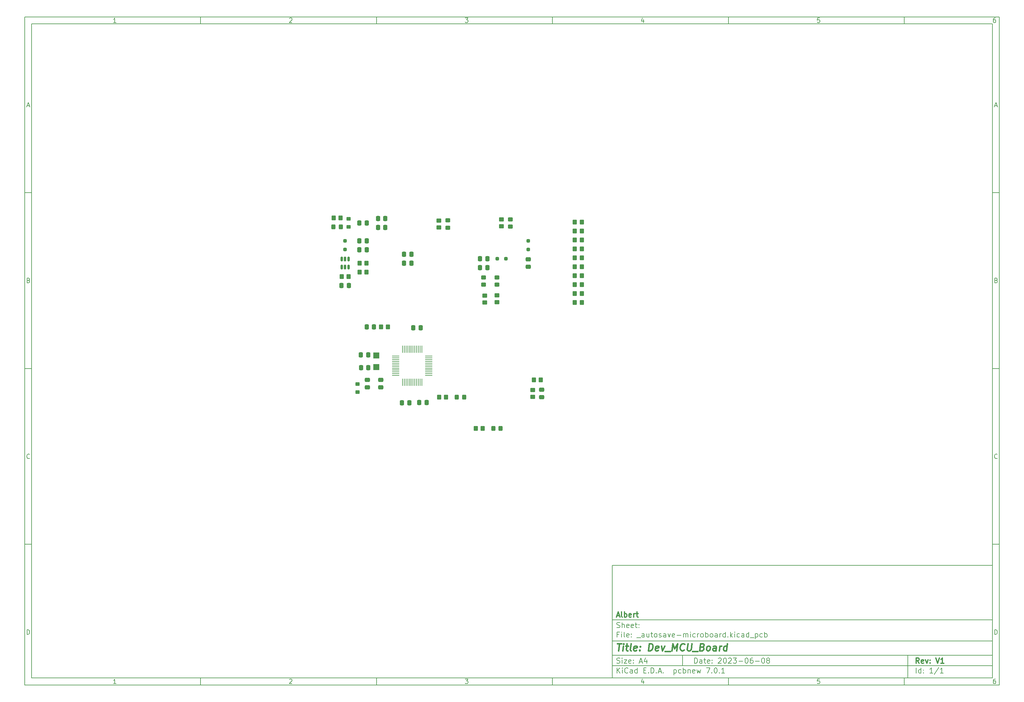
<source format=gbr>
%TF.GenerationSoftware,KiCad,Pcbnew,7.0.1*%
%TF.CreationDate,2023-06-08T12:37:53+02:00*%
%TF.ProjectId,_autosave-microboard,5f617574-6f73-4617-9665-2d6d6963726f,V1*%
%TF.SameCoordinates,Original*%
%TF.FileFunction,Paste,Top*%
%TF.FilePolarity,Positive*%
%FSLAX46Y46*%
G04 Gerber Fmt 4.6, Leading zero omitted, Abs format (unit mm)*
G04 Created by KiCad (PCBNEW 7.0.1) date 2023-06-08 12:37:53*
%MOMM*%
%LPD*%
G01*
G04 APERTURE LIST*
G04 Aperture macros list*
%AMRoundRect*
0 Rectangle with rounded corners*
0 $1 Rounding radius*
0 $2 $3 $4 $5 $6 $7 $8 $9 X,Y pos of 4 corners*
0 Add a 4 corners polygon primitive as box body*
4,1,4,$2,$3,$4,$5,$6,$7,$8,$9,$2,$3,0*
0 Add four circle primitives for the rounded corners*
1,1,$1+$1,$2,$3*
1,1,$1+$1,$4,$5*
1,1,$1+$1,$6,$7*
1,1,$1+$1,$8,$9*
0 Add four rect primitives between the rounded corners*
20,1,$1+$1,$2,$3,$4,$5,0*
20,1,$1+$1,$4,$5,$6,$7,0*
20,1,$1+$1,$6,$7,$8,$9,0*
20,1,$1+$1,$8,$9,$2,$3,0*%
G04 Aperture macros list end*
%ADD10C,0.100000*%
%ADD11C,0.150000*%
%ADD12C,0.300000*%
%ADD13C,0.400000*%
%ADD14RoundRect,0.250000X-0.350000X0.275000X-0.350000X-0.275000X0.350000X-0.275000X0.350000X0.275000X0*%
%ADD15R,2.000000X0.250000*%
%ADD16R,0.250000X2.000000*%
%ADD17RoundRect,0.250000X-0.450000X0.350000X-0.450000X-0.350000X0.450000X-0.350000X0.450000X0.350000X0*%
%ADD18RoundRect,0.250000X-0.337500X-0.475000X0.337500X-0.475000X0.337500X0.475000X-0.337500X0.475000X0*%
%ADD19RoundRect,0.250000X-0.350000X-0.450000X0.350000X-0.450000X0.350000X0.450000X-0.350000X0.450000X0*%
%ADD20RoundRect,0.250000X-0.250000X0.250000X-0.250000X-0.250000X0.250000X-0.250000X0.250000X0.250000X0*%
%ADD21RoundRect,0.250000X0.350000X0.450000X-0.350000X0.450000X-0.350000X-0.450000X0.350000X-0.450000X0*%
%ADD22RoundRect,0.250000X-0.475000X0.337500X-0.475000X-0.337500X0.475000X-0.337500X0.475000X0.337500X0*%
%ADD23RoundRect,0.250000X0.325000X0.450000X-0.325000X0.450000X-0.325000X-0.450000X0.325000X-0.450000X0*%
%ADD24RoundRect,0.150000X0.150000X-0.512500X0.150000X0.512500X-0.150000X0.512500X-0.150000X-0.512500X0*%
%ADD25RoundRect,0.250000X0.337500X0.475000X-0.337500X0.475000X-0.337500X-0.475000X0.337500X-0.475000X0*%
%ADD26RoundRect,0.250000X0.350000X-0.275000X0.350000X0.275000X-0.350000X0.275000X-0.350000X-0.275000X0*%
%ADD27RoundRect,0.250000X0.250000X-0.250000X0.250000X0.250000X-0.250000X0.250000X-0.250000X-0.250000X0*%
%ADD28RoundRect,0.250000X0.450000X-0.325000X0.450000X0.325000X-0.450000X0.325000X-0.450000X-0.325000X0*%
%ADD29RoundRect,0.250000X0.250000X0.250000X-0.250000X0.250000X-0.250000X-0.250000X0.250000X-0.250000X0*%
%ADD30R,1.800000X1.750000*%
%ADD31RoundRect,0.250000X0.450000X-0.350000X0.450000X0.350000X-0.450000X0.350000X-0.450000X-0.350000X0*%
%ADD32RoundRect,0.250000X-0.450000X0.325000X-0.450000X-0.325000X0.450000X-0.325000X0.450000X0.325000X0*%
%ADD33RoundRect,0.250000X0.475000X-0.337500X0.475000X0.337500X-0.475000X0.337500X-0.475000X-0.337500X0*%
%ADD34RoundRect,0.250000X-0.325000X-0.450000X0.325000X-0.450000X0.325000X0.450000X-0.325000X0.450000X0*%
G04 APERTURE END LIST*
D10*
D11*
X177002200Y-166007200D02*
X285002200Y-166007200D01*
X285002200Y-198007200D01*
X177002200Y-198007200D01*
X177002200Y-166007200D01*
D10*
D11*
X10000000Y-10000000D02*
X287002200Y-10000000D01*
X287002200Y-200007200D01*
X10000000Y-200007200D01*
X10000000Y-10000000D01*
D10*
D11*
X12000000Y-12000000D02*
X285002200Y-12000000D01*
X285002200Y-198007200D01*
X12000000Y-198007200D01*
X12000000Y-12000000D01*
D10*
D11*
X60000000Y-12000000D02*
X60000000Y-10000000D01*
D10*
D11*
X110000000Y-12000000D02*
X110000000Y-10000000D01*
D10*
D11*
X160000000Y-12000000D02*
X160000000Y-10000000D01*
D10*
D11*
X210000000Y-12000000D02*
X210000000Y-10000000D01*
D10*
D11*
X260000000Y-12000000D02*
X260000000Y-10000000D01*
D10*
D11*
X35990476Y-11601404D02*
X35247619Y-11601404D01*
X35619047Y-11601404D02*
X35619047Y-10301404D01*
X35619047Y-10301404D02*
X35495238Y-10487119D01*
X35495238Y-10487119D02*
X35371428Y-10610928D01*
X35371428Y-10610928D02*
X35247619Y-10672833D01*
D10*
D11*
X85247619Y-10425214D02*
X85309523Y-10363309D01*
X85309523Y-10363309D02*
X85433333Y-10301404D01*
X85433333Y-10301404D02*
X85742857Y-10301404D01*
X85742857Y-10301404D02*
X85866666Y-10363309D01*
X85866666Y-10363309D02*
X85928571Y-10425214D01*
X85928571Y-10425214D02*
X85990476Y-10549023D01*
X85990476Y-10549023D02*
X85990476Y-10672833D01*
X85990476Y-10672833D02*
X85928571Y-10858547D01*
X85928571Y-10858547D02*
X85185714Y-11601404D01*
X85185714Y-11601404D02*
X85990476Y-11601404D01*
D10*
D11*
X135185714Y-10301404D02*
X135990476Y-10301404D01*
X135990476Y-10301404D02*
X135557142Y-10796642D01*
X135557142Y-10796642D02*
X135742857Y-10796642D01*
X135742857Y-10796642D02*
X135866666Y-10858547D01*
X135866666Y-10858547D02*
X135928571Y-10920452D01*
X135928571Y-10920452D02*
X135990476Y-11044261D01*
X135990476Y-11044261D02*
X135990476Y-11353785D01*
X135990476Y-11353785D02*
X135928571Y-11477595D01*
X135928571Y-11477595D02*
X135866666Y-11539500D01*
X135866666Y-11539500D02*
X135742857Y-11601404D01*
X135742857Y-11601404D02*
X135371428Y-11601404D01*
X135371428Y-11601404D02*
X135247619Y-11539500D01*
X135247619Y-11539500D02*
X135185714Y-11477595D01*
D10*
D11*
X185866666Y-10734738D02*
X185866666Y-11601404D01*
X185557142Y-10239500D02*
X185247619Y-11168071D01*
X185247619Y-11168071D02*
X186052380Y-11168071D01*
D10*
D11*
X235928571Y-10301404D02*
X235309523Y-10301404D01*
X235309523Y-10301404D02*
X235247619Y-10920452D01*
X235247619Y-10920452D02*
X235309523Y-10858547D01*
X235309523Y-10858547D02*
X235433333Y-10796642D01*
X235433333Y-10796642D02*
X235742857Y-10796642D01*
X235742857Y-10796642D02*
X235866666Y-10858547D01*
X235866666Y-10858547D02*
X235928571Y-10920452D01*
X235928571Y-10920452D02*
X235990476Y-11044261D01*
X235990476Y-11044261D02*
X235990476Y-11353785D01*
X235990476Y-11353785D02*
X235928571Y-11477595D01*
X235928571Y-11477595D02*
X235866666Y-11539500D01*
X235866666Y-11539500D02*
X235742857Y-11601404D01*
X235742857Y-11601404D02*
X235433333Y-11601404D01*
X235433333Y-11601404D02*
X235309523Y-11539500D01*
X235309523Y-11539500D02*
X235247619Y-11477595D01*
D10*
D11*
X285866666Y-10301404D02*
X285619047Y-10301404D01*
X285619047Y-10301404D02*
X285495238Y-10363309D01*
X285495238Y-10363309D02*
X285433333Y-10425214D01*
X285433333Y-10425214D02*
X285309523Y-10610928D01*
X285309523Y-10610928D02*
X285247619Y-10858547D01*
X285247619Y-10858547D02*
X285247619Y-11353785D01*
X285247619Y-11353785D02*
X285309523Y-11477595D01*
X285309523Y-11477595D02*
X285371428Y-11539500D01*
X285371428Y-11539500D02*
X285495238Y-11601404D01*
X285495238Y-11601404D02*
X285742857Y-11601404D01*
X285742857Y-11601404D02*
X285866666Y-11539500D01*
X285866666Y-11539500D02*
X285928571Y-11477595D01*
X285928571Y-11477595D02*
X285990476Y-11353785D01*
X285990476Y-11353785D02*
X285990476Y-11044261D01*
X285990476Y-11044261D02*
X285928571Y-10920452D01*
X285928571Y-10920452D02*
X285866666Y-10858547D01*
X285866666Y-10858547D02*
X285742857Y-10796642D01*
X285742857Y-10796642D02*
X285495238Y-10796642D01*
X285495238Y-10796642D02*
X285371428Y-10858547D01*
X285371428Y-10858547D02*
X285309523Y-10920452D01*
X285309523Y-10920452D02*
X285247619Y-11044261D01*
D10*
D11*
X60000000Y-198007200D02*
X60000000Y-200007200D01*
D10*
D11*
X110000000Y-198007200D02*
X110000000Y-200007200D01*
D10*
D11*
X160000000Y-198007200D02*
X160000000Y-200007200D01*
D10*
D11*
X210000000Y-198007200D02*
X210000000Y-200007200D01*
D10*
D11*
X260000000Y-198007200D02*
X260000000Y-200007200D01*
D10*
D11*
X35990476Y-199608604D02*
X35247619Y-199608604D01*
X35619047Y-199608604D02*
X35619047Y-198308604D01*
X35619047Y-198308604D02*
X35495238Y-198494319D01*
X35495238Y-198494319D02*
X35371428Y-198618128D01*
X35371428Y-198618128D02*
X35247619Y-198680033D01*
D10*
D11*
X85247619Y-198432414D02*
X85309523Y-198370509D01*
X85309523Y-198370509D02*
X85433333Y-198308604D01*
X85433333Y-198308604D02*
X85742857Y-198308604D01*
X85742857Y-198308604D02*
X85866666Y-198370509D01*
X85866666Y-198370509D02*
X85928571Y-198432414D01*
X85928571Y-198432414D02*
X85990476Y-198556223D01*
X85990476Y-198556223D02*
X85990476Y-198680033D01*
X85990476Y-198680033D02*
X85928571Y-198865747D01*
X85928571Y-198865747D02*
X85185714Y-199608604D01*
X85185714Y-199608604D02*
X85990476Y-199608604D01*
D10*
D11*
X135185714Y-198308604D02*
X135990476Y-198308604D01*
X135990476Y-198308604D02*
X135557142Y-198803842D01*
X135557142Y-198803842D02*
X135742857Y-198803842D01*
X135742857Y-198803842D02*
X135866666Y-198865747D01*
X135866666Y-198865747D02*
X135928571Y-198927652D01*
X135928571Y-198927652D02*
X135990476Y-199051461D01*
X135990476Y-199051461D02*
X135990476Y-199360985D01*
X135990476Y-199360985D02*
X135928571Y-199484795D01*
X135928571Y-199484795D02*
X135866666Y-199546700D01*
X135866666Y-199546700D02*
X135742857Y-199608604D01*
X135742857Y-199608604D02*
X135371428Y-199608604D01*
X135371428Y-199608604D02*
X135247619Y-199546700D01*
X135247619Y-199546700D02*
X135185714Y-199484795D01*
D10*
D11*
X185866666Y-198741938D02*
X185866666Y-199608604D01*
X185557142Y-198246700D02*
X185247619Y-199175271D01*
X185247619Y-199175271D02*
X186052380Y-199175271D01*
D10*
D11*
X235928571Y-198308604D02*
X235309523Y-198308604D01*
X235309523Y-198308604D02*
X235247619Y-198927652D01*
X235247619Y-198927652D02*
X235309523Y-198865747D01*
X235309523Y-198865747D02*
X235433333Y-198803842D01*
X235433333Y-198803842D02*
X235742857Y-198803842D01*
X235742857Y-198803842D02*
X235866666Y-198865747D01*
X235866666Y-198865747D02*
X235928571Y-198927652D01*
X235928571Y-198927652D02*
X235990476Y-199051461D01*
X235990476Y-199051461D02*
X235990476Y-199360985D01*
X235990476Y-199360985D02*
X235928571Y-199484795D01*
X235928571Y-199484795D02*
X235866666Y-199546700D01*
X235866666Y-199546700D02*
X235742857Y-199608604D01*
X235742857Y-199608604D02*
X235433333Y-199608604D01*
X235433333Y-199608604D02*
X235309523Y-199546700D01*
X235309523Y-199546700D02*
X235247619Y-199484795D01*
D10*
D11*
X285866666Y-198308604D02*
X285619047Y-198308604D01*
X285619047Y-198308604D02*
X285495238Y-198370509D01*
X285495238Y-198370509D02*
X285433333Y-198432414D01*
X285433333Y-198432414D02*
X285309523Y-198618128D01*
X285309523Y-198618128D02*
X285247619Y-198865747D01*
X285247619Y-198865747D02*
X285247619Y-199360985D01*
X285247619Y-199360985D02*
X285309523Y-199484795D01*
X285309523Y-199484795D02*
X285371428Y-199546700D01*
X285371428Y-199546700D02*
X285495238Y-199608604D01*
X285495238Y-199608604D02*
X285742857Y-199608604D01*
X285742857Y-199608604D02*
X285866666Y-199546700D01*
X285866666Y-199546700D02*
X285928571Y-199484795D01*
X285928571Y-199484795D02*
X285990476Y-199360985D01*
X285990476Y-199360985D02*
X285990476Y-199051461D01*
X285990476Y-199051461D02*
X285928571Y-198927652D01*
X285928571Y-198927652D02*
X285866666Y-198865747D01*
X285866666Y-198865747D02*
X285742857Y-198803842D01*
X285742857Y-198803842D02*
X285495238Y-198803842D01*
X285495238Y-198803842D02*
X285371428Y-198865747D01*
X285371428Y-198865747D02*
X285309523Y-198927652D01*
X285309523Y-198927652D02*
X285247619Y-199051461D01*
D10*
D11*
X10000000Y-60000000D02*
X12000000Y-60000000D01*
D10*
D11*
X10000000Y-110000000D02*
X12000000Y-110000000D01*
D10*
D11*
X10000000Y-160000000D02*
X12000000Y-160000000D01*
D10*
D11*
X10690476Y-35229976D02*
X11309523Y-35229976D01*
X10566666Y-35601404D02*
X10999999Y-34301404D01*
X10999999Y-34301404D02*
X11433333Y-35601404D01*
D10*
D11*
X11092857Y-84920452D02*
X11278571Y-84982357D01*
X11278571Y-84982357D02*
X11340476Y-85044261D01*
X11340476Y-85044261D02*
X11402380Y-85168071D01*
X11402380Y-85168071D02*
X11402380Y-85353785D01*
X11402380Y-85353785D02*
X11340476Y-85477595D01*
X11340476Y-85477595D02*
X11278571Y-85539500D01*
X11278571Y-85539500D02*
X11154761Y-85601404D01*
X11154761Y-85601404D02*
X10659523Y-85601404D01*
X10659523Y-85601404D02*
X10659523Y-84301404D01*
X10659523Y-84301404D02*
X11092857Y-84301404D01*
X11092857Y-84301404D02*
X11216666Y-84363309D01*
X11216666Y-84363309D02*
X11278571Y-84425214D01*
X11278571Y-84425214D02*
X11340476Y-84549023D01*
X11340476Y-84549023D02*
X11340476Y-84672833D01*
X11340476Y-84672833D02*
X11278571Y-84796642D01*
X11278571Y-84796642D02*
X11216666Y-84858547D01*
X11216666Y-84858547D02*
X11092857Y-84920452D01*
X11092857Y-84920452D02*
X10659523Y-84920452D01*
D10*
D11*
X11402380Y-135477595D02*
X11340476Y-135539500D01*
X11340476Y-135539500D02*
X11154761Y-135601404D01*
X11154761Y-135601404D02*
X11030952Y-135601404D01*
X11030952Y-135601404D02*
X10845238Y-135539500D01*
X10845238Y-135539500D02*
X10721428Y-135415690D01*
X10721428Y-135415690D02*
X10659523Y-135291880D01*
X10659523Y-135291880D02*
X10597619Y-135044261D01*
X10597619Y-135044261D02*
X10597619Y-134858547D01*
X10597619Y-134858547D02*
X10659523Y-134610928D01*
X10659523Y-134610928D02*
X10721428Y-134487119D01*
X10721428Y-134487119D02*
X10845238Y-134363309D01*
X10845238Y-134363309D02*
X11030952Y-134301404D01*
X11030952Y-134301404D02*
X11154761Y-134301404D01*
X11154761Y-134301404D02*
X11340476Y-134363309D01*
X11340476Y-134363309D02*
X11402380Y-134425214D01*
D10*
D11*
X10659523Y-185601404D02*
X10659523Y-184301404D01*
X10659523Y-184301404D02*
X10969047Y-184301404D01*
X10969047Y-184301404D02*
X11154761Y-184363309D01*
X11154761Y-184363309D02*
X11278571Y-184487119D01*
X11278571Y-184487119D02*
X11340476Y-184610928D01*
X11340476Y-184610928D02*
X11402380Y-184858547D01*
X11402380Y-184858547D02*
X11402380Y-185044261D01*
X11402380Y-185044261D02*
X11340476Y-185291880D01*
X11340476Y-185291880D02*
X11278571Y-185415690D01*
X11278571Y-185415690D02*
X11154761Y-185539500D01*
X11154761Y-185539500D02*
X10969047Y-185601404D01*
X10969047Y-185601404D02*
X10659523Y-185601404D01*
D10*
D11*
X287002200Y-60000000D02*
X285002200Y-60000000D01*
D10*
D11*
X287002200Y-110000000D02*
X285002200Y-110000000D01*
D10*
D11*
X287002200Y-160000000D02*
X285002200Y-160000000D01*
D10*
D11*
X285692676Y-35229976D02*
X286311723Y-35229976D01*
X285568866Y-35601404D02*
X286002199Y-34301404D01*
X286002199Y-34301404D02*
X286435533Y-35601404D01*
D10*
D11*
X286095057Y-84920452D02*
X286280771Y-84982357D01*
X286280771Y-84982357D02*
X286342676Y-85044261D01*
X286342676Y-85044261D02*
X286404580Y-85168071D01*
X286404580Y-85168071D02*
X286404580Y-85353785D01*
X286404580Y-85353785D02*
X286342676Y-85477595D01*
X286342676Y-85477595D02*
X286280771Y-85539500D01*
X286280771Y-85539500D02*
X286156961Y-85601404D01*
X286156961Y-85601404D02*
X285661723Y-85601404D01*
X285661723Y-85601404D02*
X285661723Y-84301404D01*
X285661723Y-84301404D02*
X286095057Y-84301404D01*
X286095057Y-84301404D02*
X286218866Y-84363309D01*
X286218866Y-84363309D02*
X286280771Y-84425214D01*
X286280771Y-84425214D02*
X286342676Y-84549023D01*
X286342676Y-84549023D02*
X286342676Y-84672833D01*
X286342676Y-84672833D02*
X286280771Y-84796642D01*
X286280771Y-84796642D02*
X286218866Y-84858547D01*
X286218866Y-84858547D02*
X286095057Y-84920452D01*
X286095057Y-84920452D02*
X285661723Y-84920452D01*
D10*
D11*
X286404580Y-135477595D02*
X286342676Y-135539500D01*
X286342676Y-135539500D02*
X286156961Y-135601404D01*
X286156961Y-135601404D02*
X286033152Y-135601404D01*
X286033152Y-135601404D02*
X285847438Y-135539500D01*
X285847438Y-135539500D02*
X285723628Y-135415690D01*
X285723628Y-135415690D02*
X285661723Y-135291880D01*
X285661723Y-135291880D02*
X285599819Y-135044261D01*
X285599819Y-135044261D02*
X285599819Y-134858547D01*
X285599819Y-134858547D02*
X285661723Y-134610928D01*
X285661723Y-134610928D02*
X285723628Y-134487119D01*
X285723628Y-134487119D02*
X285847438Y-134363309D01*
X285847438Y-134363309D02*
X286033152Y-134301404D01*
X286033152Y-134301404D02*
X286156961Y-134301404D01*
X286156961Y-134301404D02*
X286342676Y-134363309D01*
X286342676Y-134363309D02*
X286404580Y-134425214D01*
D10*
D11*
X285661723Y-185601404D02*
X285661723Y-184301404D01*
X285661723Y-184301404D02*
X285971247Y-184301404D01*
X285971247Y-184301404D02*
X286156961Y-184363309D01*
X286156961Y-184363309D02*
X286280771Y-184487119D01*
X286280771Y-184487119D02*
X286342676Y-184610928D01*
X286342676Y-184610928D02*
X286404580Y-184858547D01*
X286404580Y-184858547D02*
X286404580Y-185044261D01*
X286404580Y-185044261D02*
X286342676Y-185291880D01*
X286342676Y-185291880D02*
X286280771Y-185415690D01*
X286280771Y-185415690D02*
X286156961Y-185539500D01*
X286156961Y-185539500D02*
X285971247Y-185601404D01*
X285971247Y-185601404D02*
X285661723Y-185601404D01*
D10*
D11*
X200359342Y-193801128D02*
X200359342Y-192301128D01*
X200359342Y-192301128D02*
X200716485Y-192301128D01*
X200716485Y-192301128D02*
X200930771Y-192372557D01*
X200930771Y-192372557D02*
X201073628Y-192515414D01*
X201073628Y-192515414D02*
X201145057Y-192658271D01*
X201145057Y-192658271D02*
X201216485Y-192943985D01*
X201216485Y-192943985D02*
X201216485Y-193158271D01*
X201216485Y-193158271D02*
X201145057Y-193443985D01*
X201145057Y-193443985D02*
X201073628Y-193586842D01*
X201073628Y-193586842D02*
X200930771Y-193729700D01*
X200930771Y-193729700D02*
X200716485Y-193801128D01*
X200716485Y-193801128D02*
X200359342Y-193801128D01*
X202502200Y-193801128D02*
X202502200Y-193015414D01*
X202502200Y-193015414D02*
X202430771Y-192872557D01*
X202430771Y-192872557D02*
X202287914Y-192801128D01*
X202287914Y-192801128D02*
X202002200Y-192801128D01*
X202002200Y-192801128D02*
X201859342Y-192872557D01*
X202502200Y-193729700D02*
X202359342Y-193801128D01*
X202359342Y-193801128D02*
X202002200Y-193801128D01*
X202002200Y-193801128D02*
X201859342Y-193729700D01*
X201859342Y-193729700D02*
X201787914Y-193586842D01*
X201787914Y-193586842D02*
X201787914Y-193443985D01*
X201787914Y-193443985D02*
X201859342Y-193301128D01*
X201859342Y-193301128D02*
X202002200Y-193229700D01*
X202002200Y-193229700D02*
X202359342Y-193229700D01*
X202359342Y-193229700D02*
X202502200Y-193158271D01*
X203002200Y-192801128D02*
X203573628Y-192801128D01*
X203216485Y-192301128D02*
X203216485Y-193586842D01*
X203216485Y-193586842D02*
X203287914Y-193729700D01*
X203287914Y-193729700D02*
X203430771Y-193801128D01*
X203430771Y-193801128D02*
X203573628Y-193801128D01*
X204645057Y-193729700D02*
X204502200Y-193801128D01*
X204502200Y-193801128D02*
X204216486Y-193801128D01*
X204216486Y-193801128D02*
X204073628Y-193729700D01*
X204073628Y-193729700D02*
X204002200Y-193586842D01*
X204002200Y-193586842D02*
X204002200Y-193015414D01*
X204002200Y-193015414D02*
X204073628Y-192872557D01*
X204073628Y-192872557D02*
X204216486Y-192801128D01*
X204216486Y-192801128D02*
X204502200Y-192801128D01*
X204502200Y-192801128D02*
X204645057Y-192872557D01*
X204645057Y-192872557D02*
X204716486Y-193015414D01*
X204716486Y-193015414D02*
X204716486Y-193158271D01*
X204716486Y-193158271D02*
X204002200Y-193301128D01*
X205359342Y-193658271D02*
X205430771Y-193729700D01*
X205430771Y-193729700D02*
X205359342Y-193801128D01*
X205359342Y-193801128D02*
X205287914Y-193729700D01*
X205287914Y-193729700D02*
X205359342Y-193658271D01*
X205359342Y-193658271D02*
X205359342Y-193801128D01*
X205359342Y-192872557D02*
X205430771Y-192943985D01*
X205430771Y-192943985D02*
X205359342Y-193015414D01*
X205359342Y-193015414D02*
X205287914Y-192943985D01*
X205287914Y-192943985D02*
X205359342Y-192872557D01*
X205359342Y-192872557D02*
X205359342Y-193015414D01*
X207145057Y-192443985D02*
X207216485Y-192372557D01*
X207216485Y-192372557D02*
X207359343Y-192301128D01*
X207359343Y-192301128D02*
X207716485Y-192301128D01*
X207716485Y-192301128D02*
X207859343Y-192372557D01*
X207859343Y-192372557D02*
X207930771Y-192443985D01*
X207930771Y-192443985D02*
X208002200Y-192586842D01*
X208002200Y-192586842D02*
X208002200Y-192729700D01*
X208002200Y-192729700D02*
X207930771Y-192943985D01*
X207930771Y-192943985D02*
X207073628Y-193801128D01*
X207073628Y-193801128D02*
X208002200Y-193801128D01*
X208930771Y-192301128D02*
X209073628Y-192301128D01*
X209073628Y-192301128D02*
X209216485Y-192372557D01*
X209216485Y-192372557D02*
X209287914Y-192443985D01*
X209287914Y-192443985D02*
X209359342Y-192586842D01*
X209359342Y-192586842D02*
X209430771Y-192872557D01*
X209430771Y-192872557D02*
X209430771Y-193229700D01*
X209430771Y-193229700D02*
X209359342Y-193515414D01*
X209359342Y-193515414D02*
X209287914Y-193658271D01*
X209287914Y-193658271D02*
X209216485Y-193729700D01*
X209216485Y-193729700D02*
X209073628Y-193801128D01*
X209073628Y-193801128D02*
X208930771Y-193801128D01*
X208930771Y-193801128D02*
X208787914Y-193729700D01*
X208787914Y-193729700D02*
X208716485Y-193658271D01*
X208716485Y-193658271D02*
X208645056Y-193515414D01*
X208645056Y-193515414D02*
X208573628Y-193229700D01*
X208573628Y-193229700D02*
X208573628Y-192872557D01*
X208573628Y-192872557D02*
X208645056Y-192586842D01*
X208645056Y-192586842D02*
X208716485Y-192443985D01*
X208716485Y-192443985D02*
X208787914Y-192372557D01*
X208787914Y-192372557D02*
X208930771Y-192301128D01*
X210002199Y-192443985D02*
X210073627Y-192372557D01*
X210073627Y-192372557D02*
X210216485Y-192301128D01*
X210216485Y-192301128D02*
X210573627Y-192301128D01*
X210573627Y-192301128D02*
X210716485Y-192372557D01*
X210716485Y-192372557D02*
X210787913Y-192443985D01*
X210787913Y-192443985D02*
X210859342Y-192586842D01*
X210859342Y-192586842D02*
X210859342Y-192729700D01*
X210859342Y-192729700D02*
X210787913Y-192943985D01*
X210787913Y-192943985D02*
X209930770Y-193801128D01*
X209930770Y-193801128D02*
X210859342Y-193801128D01*
X211359341Y-192301128D02*
X212287913Y-192301128D01*
X212287913Y-192301128D02*
X211787913Y-192872557D01*
X211787913Y-192872557D02*
X212002198Y-192872557D01*
X212002198Y-192872557D02*
X212145056Y-192943985D01*
X212145056Y-192943985D02*
X212216484Y-193015414D01*
X212216484Y-193015414D02*
X212287913Y-193158271D01*
X212287913Y-193158271D02*
X212287913Y-193515414D01*
X212287913Y-193515414D02*
X212216484Y-193658271D01*
X212216484Y-193658271D02*
X212145056Y-193729700D01*
X212145056Y-193729700D02*
X212002198Y-193801128D01*
X212002198Y-193801128D02*
X211573627Y-193801128D01*
X211573627Y-193801128D02*
X211430770Y-193729700D01*
X211430770Y-193729700D02*
X211359341Y-193658271D01*
X212930769Y-193229700D02*
X214073627Y-193229700D01*
X215073627Y-192301128D02*
X215216484Y-192301128D01*
X215216484Y-192301128D02*
X215359341Y-192372557D01*
X215359341Y-192372557D02*
X215430770Y-192443985D01*
X215430770Y-192443985D02*
X215502198Y-192586842D01*
X215502198Y-192586842D02*
X215573627Y-192872557D01*
X215573627Y-192872557D02*
X215573627Y-193229700D01*
X215573627Y-193229700D02*
X215502198Y-193515414D01*
X215502198Y-193515414D02*
X215430770Y-193658271D01*
X215430770Y-193658271D02*
X215359341Y-193729700D01*
X215359341Y-193729700D02*
X215216484Y-193801128D01*
X215216484Y-193801128D02*
X215073627Y-193801128D01*
X215073627Y-193801128D02*
X214930770Y-193729700D01*
X214930770Y-193729700D02*
X214859341Y-193658271D01*
X214859341Y-193658271D02*
X214787912Y-193515414D01*
X214787912Y-193515414D02*
X214716484Y-193229700D01*
X214716484Y-193229700D02*
X214716484Y-192872557D01*
X214716484Y-192872557D02*
X214787912Y-192586842D01*
X214787912Y-192586842D02*
X214859341Y-192443985D01*
X214859341Y-192443985D02*
X214930770Y-192372557D01*
X214930770Y-192372557D02*
X215073627Y-192301128D01*
X216859341Y-192301128D02*
X216573626Y-192301128D01*
X216573626Y-192301128D02*
X216430769Y-192372557D01*
X216430769Y-192372557D02*
X216359341Y-192443985D01*
X216359341Y-192443985D02*
X216216483Y-192658271D01*
X216216483Y-192658271D02*
X216145055Y-192943985D01*
X216145055Y-192943985D02*
X216145055Y-193515414D01*
X216145055Y-193515414D02*
X216216483Y-193658271D01*
X216216483Y-193658271D02*
X216287912Y-193729700D01*
X216287912Y-193729700D02*
X216430769Y-193801128D01*
X216430769Y-193801128D02*
X216716483Y-193801128D01*
X216716483Y-193801128D02*
X216859341Y-193729700D01*
X216859341Y-193729700D02*
X216930769Y-193658271D01*
X216930769Y-193658271D02*
X217002198Y-193515414D01*
X217002198Y-193515414D02*
X217002198Y-193158271D01*
X217002198Y-193158271D02*
X216930769Y-193015414D01*
X216930769Y-193015414D02*
X216859341Y-192943985D01*
X216859341Y-192943985D02*
X216716483Y-192872557D01*
X216716483Y-192872557D02*
X216430769Y-192872557D01*
X216430769Y-192872557D02*
X216287912Y-192943985D01*
X216287912Y-192943985D02*
X216216483Y-193015414D01*
X216216483Y-193015414D02*
X216145055Y-193158271D01*
X217645054Y-193229700D02*
X218787912Y-193229700D01*
X219787912Y-192301128D02*
X219930769Y-192301128D01*
X219930769Y-192301128D02*
X220073626Y-192372557D01*
X220073626Y-192372557D02*
X220145055Y-192443985D01*
X220145055Y-192443985D02*
X220216483Y-192586842D01*
X220216483Y-192586842D02*
X220287912Y-192872557D01*
X220287912Y-192872557D02*
X220287912Y-193229700D01*
X220287912Y-193229700D02*
X220216483Y-193515414D01*
X220216483Y-193515414D02*
X220145055Y-193658271D01*
X220145055Y-193658271D02*
X220073626Y-193729700D01*
X220073626Y-193729700D02*
X219930769Y-193801128D01*
X219930769Y-193801128D02*
X219787912Y-193801128D01*
X219787912Y-193801128D02*
X219645055Y-193729700D01*
X219645055Y-193729700D02*
X219573626Y-193658271D01*
X219573626Y-193658271D02*
X219502197Y-193515414D01*
X219502197Y-193515414D02*
X219430769Y-193229700D01*
X219430769Y-193229700D02*
X219430769Y-192872557D01*
X219430769Y-192872557D02*
X219502197Y-192586842D01*
X219502197Y-192586842D02*
X219573626Y-192443985D01*
X219573626Y-192443985D02*
X219645055Y-192372557D01*
X219645055Y-192372557D02*
X219787912Y-192301128D01*
X221145054Y-192943985D02*
X221002197Y-192872557D01*
X221002197Y-192872557D02*
X220930768Y-192801128D01*
X220930768Y-192801128D02*
X220859340Y-192658271D01*
X220859340Y-192658271D02*
X220859340Y-192586842D01*
X220859340Y-192586842D02*
X220930768Y-192443985D01*
X220930768Y-192443985D02*
X221002197Y-192372557D01*
X221002197Y-192372557D02*
X221145054Y-192301128D01*
X221145054Y-192301128D02*
X221430768Y-192301128D01*
X221430768Y-192301128D02*
X221573626Y-192372557D01*
X221573626Y-192372557D02*
X221645054Y-192443985D01*
X221645054Y-192443985D02*
X221716483Y-192586842D01*
X221716483Y-192586842D02*
X221716483Y-192658271D01*
X221716483Y-192658271D02*
X221645054Y-192801128D01*
X221645054Y-192801128D02*
X221573626Y-192872557D01*
X221573626Y-192872557D02*
X221430768Y-192943985D01*
X221430768Y-192943985D02*
X221145054Y-192943985D01*
X221145054Y-192943985D02*
X221002197Y-193015414D01*
X221002197Y-193015414D02*
X220930768Y-193086842D01*
X220930768Y-193086842D02*
X220859340Y-193229700D01*
X220859340Y-193229700D02*
X220859340Y-193515414D01*
X220859340Y-193515414D02*
X220930768Y-193658271D01*
X220930768Y-193658271D02*
X221002197Y-193729700D01*
X221002197Y-193729700D02*
X221145054Y-193801128D01*
X221145054Y-193801128D02*
X221430768Y-193801128D01*
X221430768Y-193801128D02*
X221573626Y-193729700D01*
X221573626Y-193729700D02*
X221645054Y-193658271D01*
X221645054Y-193658271D02*
X221716483Y-193515414D01*
X221716483Y-193515414D02*
X221716483Y-193229700D01*
X221716483Y-193229700D02*
X221645054Y-193086842D01*
X221645054Y-193086842D02*
X221573626Y-193015414D01*
X221573626Y-193015414D02*
X221430768Y-192943985D01*
D10*
D11*
X177002200Y-194507200D02*
X285002200Y-194507200D01*
D10*
D11*
X178359342Y-196601128D02*
X178359342Y-195101128D01*
X179216485Y-196601128D02*
X178573628Y-195743985D01*
X179216485Y-195101128D02*
X178359342Y-195958271D01*
X179859342Y-196601128D02*
X179859342Y-195601128D01*
X179859342Y-195101128D02*
X179787914Y-195172557D01*
X179787914Y-195172557D02*
X179859342Y-195243985D01*
X179859342Y-195243985D02*
X179930771Y-195172557D01*
X179930771Y-195172557D02*
X179859342Y-195101128D01*
X179859342Y-195101128D02*
X179859342Y-195243985D01*
X181430771Y-196458271D02*
X181359343Y-196529700D01*
X181359343Y-196529700D02*
X181145057Y-196601128D01*
X181145057Y-196601128D02*
X181002200Y-196601128D01*
X181002200Y-196601128D02*
X180787914Y-196529700D01*
X180787914Y-196529700D02*
X180645057Y-196386842D01*
X180645057Y-196386842D02*
X180573628Y-196243985D01*
X180573628Y-196243985D02*
X180502200Y-195958271D01*
X180502200Y-195958271D02*
X180502200Y-195743985D01*
X180502200Y-195743985D02*
X180573628Y-195458271D01*
X180573628Y-195458271D02*
X180645057Y-195315414D01*
X180645057Y-195315414D02*
X180787914Y-195172557D01*
X180787914Y-195172557D02*
X181002200Y-195101128D01*
X181002200Y-195101128D02*
X181145057Y-195101128D01*
X181145057Y-195101128D02*
X181359343Y-195172557D01*
X181359343Y-195172557D02*
X181430771Y-195243985D01*
X182716486Y-196601128D02*
X182716486Y-195815414D01*
X182716486Y-195815414D02*
X182645057Y-195672557D01*
X182645057Y-195672557D02*
X182502200Y-195601128D01*
X182502200Y-195601128D02*
X182216486Y-195601128D01*
X182216486Y-195601128D02*
X182073628Y-195672557D01*
X182716486Y-196529700D02*
X182573628Y-196601128D01*
X182573628Y-196601128D02*
X182216486Y-196601128D01*
X182216486Y-196601128D02*
X182073628Y-196529700D01*
X182073628Y-196529700D02*
X182002200Y-196386842D01*
X182002200Y-196386842D02*
X182002200Y-196243985D01*
X182002200Y-196243985D02*
X182073628Y-196101128D01*
X182073628Y-196101128D02*
X182216486Y-196029700D01*
X182216486Y-196029700D02*
X182573628Y-196029700D01*
X182573628Y-196029700D02*
X182716486Y-195958271D01*
X184073629Y-196601128D02*
X184073629Y-195101128D01*
X184073629Y-196529700D02*
X183930771Y-196601128D01*
X183930771Y-196601128D02*
X183645057Y-196601128D01*
X183645057Y-196601128D02*
X183502200Y-196529700D01*
X183502200Y-196529700D02*
X183430771Y-196458271D01*
X183430771Y-196458271D02*
X183359343Y-196315414D01*
X183359343Y-196315414D02*
X183359343Y-195886842D01*
X183359343Y-195886842D02*
X183430771Y-195743985D01*
X183430771Y-195743985D02*
X183502200Y-195672557D01*
X183502200Y-195672557D02*
X183645057Y-195601128D01*
X183645057Y-195601128D02*
X183930771Y-195601128D01*
X183930771Y-195601128D02*
X184073629Y-195672557D01*
X185930771Y-195815414D02*
X186430771Y-195815414D01*
X186645057Y-196601128D02*
X185930771Y-196601128D01*
X185930771Y-196601128D02*
X185930771Y-195101128D01*
X185930771Y-195101128D02*
X186645057Y-195101128D01*
X187287914Y-196458271D02*
X187359343Y-196529700D01*
X187359343Y-196529700D02*
X187287914Y-196601128D01*
X187287914Y-196601128D02*
X187216486Y-196529700D01*
X187216486Y-196529700D02*
X187287914Y-196458271D01*
X187287914Y-196458271D02*
X187287914Y-196601128D01*
X188002200Y-196601128D02*
X188002200Y-195101128D01*
X188002200Y-195101128D02*
X188359343Y-195101128D01*
X188359343Y-195101128D02*
X188573629Y-195172557D01*
X188573629Y-195172557D02*
X188716486Y-195315414D01*
X188716486Y-195315414D02*
X188787915Y-195458271D01*
X188787915Y-195458271D02*
X188859343Y-195743985D01*
X188859343Y-195743985D02*
X188859343Y-195958271D01*
X188859343Y-195958271D02*
X188787915Y-196243985D01*
X188787915Y-196243985D02*
X188716486Y-196386842D01*
X188716486Y-196386842D02*
X188573629Y-196529700D01*
X188573629Y-196529700D02*
X188359343Y-196601128D01*
X188359343Y-196601128D02*
X188002200Y-196601128D01*
X189502200Y-196458271D02*
X189573629Y-196529700D01*
X189573629Y-196529700D02*
X189502200Y-196601128D01*
X189502200Y-196601128D02*
X189430772Y-196529700D01*
X189430772Y-196529700D02*
X189502200Y-196458271D01*
X189502200Y-196458271D02*
X189502200Y-196601128D01*
X190145058Y-196172557D02*
X190859344Y-196172557D01*
X190002201Y-196601128D02*
X190502201Y-195101128D01*
X190502201Y-195101128D02*
X191002201Y-196601128D01*
X191502200Y-196458271D02*
X191573629Y-196529700D01*
X191573629Y-196529700D02*
X191502200Y-196601128D01*
X191502200Y-196601128D02*
X191430772Y-196529700D01*
X191430772Y-196529700D02*
X191502200Y-196458271D01*
X191502200Y-196458271D02*
X191502200Y-196601128D01*
X194502200Y-195601128D02*
X194502200Y-197101128D01*
X194502200Y-195672557D02*
X194645058Y-195601128D01*
X194645058Y-195601128D02*
X194930772Y-195601128D01*
X194930772Y-195601128D02*
X195073629Y-195672557D01*
X195073629Y-195672557D02*
X195145058Y-195743985D01*
X195145058Y-195743985D02*
X195216486Y-195886842D01*
X195216486Y-195886842D02*
X195216486Y-196315414D01*
X195216486Y-196315414D02*
X195145058Y-196458271D01*
X195145058Y-196458271D02*
X195073629Y-196529700D01*
X195073629Y-196529700D02*
X194930772Y-196601128D01*
X194930772Y-196601128D02*
X194645058Y-196601128D01*
X194645058Y-196601128D02*
X194502200Y-196529700D01*
X196502201Y-196529700D02*
X196359343Y-196601128D01*
X196359343Y-196601128D02*
X196073629Y-196601128D01*
X196073629Y-196601128D02*
X195930772Y-196529700D01*
X195930772Y-196529700D02*
X195859343Y-196458271D01*
X195859343Y-196458271D02*
X195787915Y-196315414D01*
X195787915Y-196315414D02*
X195787915Y-195886842D01*
X195787915Y-195886842D02*
X195859343Y-195743985D01*
X195859343Y-195743985D02*
X195930772Y-195672557D01*
X195930772Y-195672557D02*
X196073629Y-195601128D01*
X196073629Y-195601128D02*
X196359343Y-195601128D01*
X196359343Y-195601128D02*
X196502201Y-195672557D01*
X197145057Y-196601128D02*
X197145057Y-195101128D01*
X197145057Y-195672557D02*
X197287915Y-195601128D01*
X197287915Y-195601128D02*
X197573629Y-195601128D01*
X197573629Y-195601128D02*
X197716486Y-195672557D01*
X197716486Y-195672557D02*
X197787915Y-195743985D01*
X197787915Y-195743985D02*
X197859343Y-195886842D01*
X197859343Y-195886842D02*
X197859343Y-196315414D01*
X197859343Y-196315414D02*
X197787915Y-196458271D01*
X197787915Y-196458271D02*
X197716486Y-196529700D01*
X197716486Y-196529700D02*
X197573629Y-196601128D01*
X197573629Y-196601128D02*
X197287915Y-196601128D01*
X197287915Y-196601128D02*
X197145057Y-196529700D01*
X198502200Y-195601128D02*
X198502200Y-196601128D01*
X198502200Y-195743985D02*
X198573629Y-195672557D01*
X198573629Y-195672557D02*
X198716486Y-195601128D01*
X198716486Y-195601128D02*
X198930772Y-195601128D01*
X198930772Y-195601128D02*
X199073629Y-195672557D01*
X199073629Y-195672557D02*
X199145058Y-195815414D01*
X199145058Y-195815414D02*
X199145058Y-196601128D01*
X200430772Y-196529700D02*
X200287915Y-196601128D01*
X200287915Y-196601128D02*
X200002201Y-196601128D01*
X200002201Y-196601128D02*
X199859343Y-196529700D01*
X199859343Y-196529700D02*
X199787915Y-196386842D01*
X199787915Y-196386842D02*
X199787915Y-195815414D01*
X199787915Y-195815414D02*
X199859343Y-195672557D01*
X199859343Y-195672557D02*
X200002201Y-195601128D01*
X200002201Y-195601128D02*
X200287915Y-195601128D01*
X200287915Y-195601128D02*
X200430772Y-195672557D01*
X200430772Y-195672557D02*
X200502201Y-195815414D01*
X200502201Y-195815414D02*
X200502201Y-195958271D01*
X200502201Y-195958271D02*
X199787915Y-196101128D01*
X201002200Y-195601128D02*
X201287915Y-196601128D01*
X201287915Y-196601128D02*
X201573629Y-195886842D01*
X201573629Y-195886842D02*
X201859343Y-196601128D01*
X201859343Y-196601128D02*
X202145057Y-195601128D01*
X203716486Y-195101128D02*
X204716486Y-195101128D01*
X204716486Y-195101128D02*
X204073629Y-196601128D01*
X205287914Y-196458271D02*
X205359343Y-196529700D01*
X205359343Y-196529700D02*
X205287914Y-196601128D01*
X205287914Y-196601128D02*
X205216486Y-196529700D01*
X205216486Y-196529700D02*
X205287914Y-196458271D01*
X205287914Y-196458271D02*
X205287914Y-196601128D01*
X206287915Y-195101128D02*
X206430772Y-195101128D01*
X206430772Y-195101128D02*
X206573629Y-195172557D01*
X206573629Y-195172557D02*
X206645058Y-195243985D01*
X206645058Y-195243985D02*
X206716486Y-195386842D01*
X206716486Y-195386842D02*
X206787915Y-195672557D01*
X206787915Y-195672557D02*
X206787915Y-196029700D01*
X206787915Y-196029700D02*
X206716486Y-196315414D01*
X206716486Y-196315414D02*
X206645058Y-196458271D01*
X206645058Y-196458271D02*
X206573629Y-196529700D01*
X206573629Y-196529700D02*
X206430772Y-196601128D01*
X206430772Y-196601128D02*
X206287915Y-196601128D01*
X206287915Y-196601128D02*
X206145058Y-196529700D01*
X206145058Y-196529700D02*
X206073629Y-196458271D01*
X206073629Y-196458271D02*
X206002200Y-196315414D01*
X206002200Y-196315414D02*
X205930772Y-196029700D01*
X205930772Y-196029700D02*
X205930772Y-195672557D01*
X205930772Y-195672557D02*
X206002200Y-195386842D01*
X206002200Y-195386842D02*
X206073629Y-195243985D01*
X206073629Y-195243985D02*
X206145058Y-195172557D01*
X206145058Y-195172557D02*
X206287915Y-195101128D01*
X207430771Y-196458271D02*
X207502200Y-196529700D01*
X207502200Y-196529700D02*
X207430771Y-196601128D01*
X207430771Y-196601128D02*
X207359343Y-196529700D01*
X207359343Y-196529700D02*
X207430771Y-196458271D01*
X207430771Y-196458271D02*
X207430771Y-196601128D01*
X208930772Y-196601128D02*
X208073629Y-196601128D01*
X208502200Y-196601128D02*
X208502200Y-195101128D01*
X208502200Y-195101128D02*
X208359343Y-195315414D01*
X208359343Y-195315414D02*
X208216486Y-195458271D01*
X208216486Y-195458271D02*
X208073629Y-195529700D01*
D10*
D11*
X177002200Y-191507200D02*
X285002200Y-191507200D01*
D10*
D12*
X264216485Y-193801128D02*
X263716485Y-193086842D01*
X263359342Y-193801128D02*
X263359342Y-192301128D01*
X263359342Y-192301128D02*
X263930771Y-192301128D01*
X263930771Y-192301128D02*
X264073628Y-192372557D01*
X264073628Y-192372557D02*
X264145057Y-192443985D01*
X264145057Y-192443985D02*
X264216485Y-192586842D01*
X264216485Y-192586842D02*
X264216485Y-192801128D01*
X264216485Y-192801128D02*
X264145057Y-192943985D01*
X264145057Y-192943985D02*
X264073628Y-193015414D01*
X264073628Y-193015414D02*
X263930771Y-193086842D01*
X263930771Y-193086842D02*
X263359342Y-193086842D01*
X265430771Y-193729700D02*
X265287914Y-193801128D01*
X265287914Y-193801128D02*
X265002200Y-193801128D01*
X265002200Y-193801128D02*
X264859342Y-193729700D01*
X264859342Y-193729700D02*
X264787914Y-193586842D01*
X264787914Y-193586842D02*
X264787914Y-193015414D01*
X264787914Y-193015414D02*
X264859342Y-192872557D01*
X264859342Y-192872557D02*
X265002200Y-192801128D01*
X265002200Y-192801128D02*
X265287914Y-192801128D01*
X265287914Y-192801128D02*
X265430771Y-192872557D01*
X265430771Y-192872557D02*
X265502200Y-193015414D01*
X265502200Y-193015414D02*
X265502200Y-193158271D01*
X265502200Y-193158271D02*
X264787914Y-193301128D01*
X266002199Y-192801128D02*
X266359342Y-193801128D01*
X266359342Y-193801128D02*
X266716485Y-192801128D01*
X267287913Y-193658271D02*
X267359342Y-193729700D01*
X267359342Y-193729700D02*
X267287913Y-193801128D01*
X267287913Y-193801128D02*
X267216485Y-193729700D01*
X267216485Y-193729700D02*
X267287913Y-193658271D01*
X267287913Y-193658271D02*
X267287913Y-193801128D01*
X267287913Y-192872557D02*
X267359342Y-192943985D01*
X267359342Y-192943985D02*
X267287913Y-193015414D01*
X267287913Y-193015414D02*
X267216485Y-192943985D01*
X267216485Y-192943985D02*
X267287913Y-192872557D01*
X267287913Y-192872557D02*
X267287913Y-193015414D01*
X268930771Y-192301128D02*
X269430771Y-193801128D01*
X269430771Y-193801128D02*
X269930771Y-192301128D01*
X271216485Y-193801128D02*
X270359342Y-193801128D01*
X270787913Y-193801128D02*
X270787913Y-192301128D01*
X270787913Y-192301128D02*
X270645056Y-192515414D01*
X270645056Y-192515414D02*
X270502199Y-192658271D01*
X270502199Y-192658271D02*
X270359342Y-192729700D01*
D10*
D11*
X178287914Y-193729700D02*
X178502200Y-193801128D01*
X178502200Y-193801128D02*
X178859342Y-193801128D01*
X178859342Y-193801128D02*
X179002200Y-193729700D01*
X179002200Y-193729700D02*
X179073628Y-193658271D01*
X179073628Y-193658271D02*
X179145057Y-193515414D01*
X179145057Y-193515414D02*
X179145057Y-193372557D01*
X179145057Y-193372557D02*
X179073628Y-193229700D01*
X179073628Y-193229700D02*
X179002200Y-193158271D01*
X179002200Y-193158271D02*
X178859342Y-193086842D01*
X178859342Y-193086842D02*
X178573628Y-193015414D01*
X178573628Y-193015414D02*
X178430771Y-192943985D01*
X178430771Y-192943985D02*
X178359342Y-192872557D01*
X178359342Y-192872557D02*
X178287914Y-192729700D01*
X178287914Y-192729700D02*
X178287914Y-192586842D01*
X178287914Y-192586842D02*
X178359342Y-192443985D01*
X178359342Y-192443985D02*
X178430771Y-192372557D01*
X178430771Y-192372557D02*
X178573628Y-192301128D01*
X178573628Y-192301128D02*
X178930771Y-192301128D01*
X178930771Y-192301128D02*
X179145057Y-192372557D01*
X179787913Y-193801128D02*
X179787913Y-192801128D01*
X179787913Y-192301128D02*
X179716485Y-192372557D01*
X179716485Y-192372557D02*
X179787913Y-192443985D01*
X179787913Y-192443985D02*
X179859342Y-192372557D01*
X179859342Y-192372557D02*
X179787913Y-192301128D01*
X179787913Y-192301128D02*
X179787913Y-192443985D01*
X180359342Y-192801128D02*
X181145057Y-192801128D01*
X181145057Y-192801128D02*
X180359342Y-193801128D01*
X180359342Y-193801128D02*
X181145057Y-193801128D01*
X182287914Y-193729700D02*
X182145057Y-193801128D01*
X182145057Y-193801128D02*
X181859343Y-193801128D01*
X181859343Y-193801128D02*
X181716485Y-193729700D01*
X181716485Y-193729700D02*
X181645057Y-193586842D01*
X181645057Y-193586842D02*
X181645057Y-193015414D01*
X181645057Y-193015414D02*
X181716485Y-192872557D01*
X181716485Y-192872557D02*
X181859343Y-192801128D01*
X181859343Y-192801128D02*
X182145057Y-192801128D01*
X182145057Y-192801128D02*
X182287914Y-192872557D01*
X182287914Y-192872557D02*
X182359343Y-193015414D01*
X182359343Y-193015414D02*
X182359343Y-193158271D01*
X182359343Y-193158271D02*
X181645057Y-193301128D01*
X183002199Y-193658271D02*
X183073628Y-193729700D01*
X183073628Y-193729700D02*
X183002199Y-193801128D01*
X183002199Y-193801128D02*
X182930771Y-193729700D01*
X182930771Y-193729700D02*
X183002199Y-193658271D01*
X183002199Y-193658271D02*
X183002199Y-193801128D01*
X183002199Y-192872557D02*
X183073628Y-192943985D01*
X183073628Y-192943985D02*
X183002199Y-193015414D01*
X183002199Y-193015414D02*
X182930771Y-192943985D01*
X182930771Y-192943985D02*
X183002199Y-192872557D01*
X183002199Y-192872557D02*
X183002199Y-193015414D01*
X184787914Y-193372557D02*
X185502200Y-193372557D01*
X184645057Y-193801128D02*
X185145057Y-192301128D01*
X185145057Y-192301128D02*
X185645057Y-193801128D01*
X186787914Y-192801128D02*
X186787914Y-193801128D01*
X186430771Y-192229700D02*
X186073628Y-193301128D01*
X186073628Y-193301128D02*
X187002199Y-193301128D01*
D10*
D11*
X263359342Y-196601128D02*
X263359342Y-195101128D01*
X264716486Y-196601128D02*
X264716486Y-195101128D01*
X264716486Y-196529700D02*
X264573628Y-196601128D01*
X264573628Y-196601128D02*
X264287914Y-196601128D01*
X264287914Y-196601128D02*
X264145057Y-196529700D01*
X264145057Y-196529700D02*
X264073628Y-196458271D01*
X264073628Y-196458271D02*
X264002200Y-196315414D01*
X264002200Y-196315414D02*
X264002200Y-195886842D01*
X264002200Y-195886842D02*
X264073628Y-195743985D01*
X264073628Y-195743985D02*
X264145057Y-195672557D01*
X264145057Y-195672557D02*
X264287914Y-195601128D01*
X264287914Y-195601128D02*
X264573628Y-195601128D01*
X264573628Y-195601128D02*
X264716486Y-195672557D01*
X265430771Y-196458271D02*
X265502200Y-196529700D01*
X265502200Y-196529700D02*
X265430771Y-196601128D01*
X265430771Y-196601128D02*
X265359343Y-196529700D01*
X265359343Y-196529700D02*
X265430771Y-196458271D01*
X265430771Y-196458271D02*
X265430771Y-196601128D01*
X265430771Y-195672557D02*
X265502200Y-195743985D01*
X265502200Y-195743985D02*
X265430771Y-195815414D01*
X265430771Y-195815414D02*
X265359343Y-195743985D01*
X265359343Y-195743985D02*
X265430771Y-195672557D01*
X265430771Y-195672557D02*
X265430771Y-195815414D01*
X268073629Y-196601128D02*
X267216486Y-196601128D01*
X267645057Y-196601128D02*
X267645057Y-195101128D01*
X267645057Y-195101128D02*
X267502200Y-195315414D01*
X267502200Y-195315414D02*
X267359343Y-195458271D01*
X267359343Y-195458271D02*
X267216486Y-195529700D01*
X269787914Y-195029700D02*
X268502200Y-196958271D01*
X271073629Y-196601128D02*
X270216486Y-196601128D01*
X270645057Y-196601128D02*
X270645057Y-195101128D01*
X270645057Y-195101128D02*
X270502200Y-195315414D01*
X270502200Y-195315414D02*
X270359343Y-195458271D01*
X270359343Y-195458271D02*
X270216486Y-195529700D01*
D10*
D11*
X177002200Y-187507200D02*
X285002200Y-187507200D01*
D10*
D13*
X178430771Y-188232438D02*
X179573628Y-188232438D01*
X178752200Y-190232438D02*
X179002200Y-188232438D01*
X179978390Y-190232438D02*
X180145057Y-188899104D01*
X180228390Y-188232438D02*
X180121247Y-188327676D01*
X180121247Y-188327676D02*
X180204581Y-188422914D01*
X180204581Y-188422914D02*
X180311724Y-188327676D01*
X180311724Y-188327676D02*
X180228390Y-188232438D01*
X180228390Y-188232438D02*
X180204581Y-188422914D01*
X180799819Y-188899104D02*
X181561723Y-188899104D01*
X181168866Y-188232438D02*
X180954581Y-189946723D01*
X180954581Y-189946723D02*
X181026009Y-190137200D01*
X181026009Y-190137200D02*
X181204581Y-190232438D01*
X181204581Y-190232438D02*
X181395057Y-190232438D01*
X182335533Y-190232438D02*
X182156961Y-190137200D01*
X182156961Y-190137200D02*
X182085533Y-189946723D01*
X182085533Y-189946723D02*
X182299818Y-188232438D01*
X183859342Y-190137200D02*
X183656961Y-190232438D01*
X183656961Y-190232438D02*
X183276008Y-190232438D01*
X183276008Y-190232438D02*
X183097437Y-190137200D01*
X183097437Y-190137200D02*
X183026008Y-189946723D01*
X183026008Y-189946723D02*
X183121247Y-189184819D01*
X183121247Y-189184819D02*
X183240294Y-188994342D01*
X183240294Y-188994342D02*
X183442675Y-188899104D01*
X183442675Y-188899104D02*
X183823627Y-188899104D01*
X183823627Y-188899104D02*
X184002199Y-188994342D01*
X184002199Y-188994342D02*
X184073627Y-189184819D01*
X184073627Y-189184819D02*
X184049818Y-189375295D01*
X184049818Y-189375295D02*
X183073627Y-189565771D01*
X184811723Y-190041961D02*
X184895056Y-190137200D01*
X184895056Y-190137200D02*
X184787913Y-190232438D01*
X184787913Y-190232438D02*
X184704580Y-190137200D01*
X184704580Y-190137200D02*
X184811723Y-190041961D01*
X184811723Y-190041961D02*
X184787913Y-190232438D01*
X184942675Y-188994342D02*
X185026008Y-189089580D01*
X185026008Y-189089580D02*
X184918866Y-189184819D01*
X184918866Y-189184819D02*
X184835532Y-189089580D01*
X184835532Y-189089580D02*
X184942675Y-188994342D01*
X184942675Y-188994342D02*
X184918866Y-189184819D01*
X187252199Y-190232438D02*
X187502199Y-188232438D01*
X187502199Y-188232438D02*
X187978390Y-188232438D01*
X187978390Y-188232438D02*
X188252199Y-188327676D01*
X188252199Y-188327676D02*
X188418866Y-188518152D01*
X188418866Y-188518152D02*
X188490294Y-188708628D01*
X188490294Y-188708628D02*
X188537914Y-189089580D01*
X188537914Y-189089580D02*
X188502199Y-189375295D01*
X188502199Y-189375295D02*
X188359342Y-189756247D01*
X188359342Y-189756247D02*
X188240294Y-189946723D01*
X188240294Y-189946723D02*
X188026009Y-190137200D01*
X188026009Y-190137200D02*
X187728390Y-190232438D01*
X187728390Y-190232438D02*
X187252199Y-190232438D01*
X190014104Y-190137200D02*
X189811723Y-190232438D01*
X189811723Y-190232438D02*
X189430770Y-190232438D01*
X189430770Y-190232438D02*
X189252199Y-190137200D01*
X189252199Y-190137200D02*
X189180770Y-189946723D01*
X189180770Y-189946723D02*
X189276009Y-189184819D01*
X189276009Y-189184819D02*
X189395056Y-188994342D01*
X189395056Y-188994342D02*
X189597437Y-188899104D01*
X189597437Y-188899104D02*
X189978389Y-188899104D01*
X189978389Y-188899104D02*
X190156961Y-188994342D01*
X190156961Y-188994342D02*
X190228389Y-189184819D01*
X190228389Y-189184819D02*
X190204580Y-189375295D01*
X190204580Y-189375295D02*
X189228389Y-189565771D01*
X190918866Y-188899104D02*
X191228390Y-190232438D01*
X191228390Y-190232438D02*
X191871247Y-188899104D01*
X191954580Y-190422914D02*
X193478390Y-190422914D01*
X193942675Y-190232438D02*
X194192675Y-188232438D01*
X194192675Y-188232438D02*
X194680770Y-189661009D01*
X194680770Y-189661009D02*
X195526009Y-188232438D01*
X195526009Y-188232438D02*
X195276009Y-190232438D01*
X197383152Y-190041961D02*
X197276009Y-190137200D01*
X197276009Y-190137200D02*
X196978390Y-190232438D01*
X196978390Y-190232438D02*
X196787914Y-190232438D01*
X196787914Y-190232438D02*
X196514104Y-190137200D01*
X196514104Y-190137200D02*
X196347438Y-189946723D01*
X196347438Y-189946723D02*
X196276009Y-189756247D01*
X196276009Y-189756247D02*
X196228390Y-189375295D01*
X196228390Y-189375295D02*
X196264104Y-189089580D01*
X196264104Y-189089580D02*
X196406961Y-188708628D01*
X196406961Y-188708628D02*
X196526009Y-188518152D01*
X196526009Y-188518152D02*
X196740295Y-188327676D01*
X196740295Y-188327676D02*
X197037914Y-188232438D01*
X197037914Y-188232438D02*
X197228390Y-188232438D01*
X197228390Y-188232438D02*
X197502200Y-188327676D01*
X197502200Y-188327676D02*
X197585533Y-188422914D01*
X198454580Y-188232438D02*
X198252199Y-189851485D01*
X198252199Y-189851485D02*
X198323628Y-190041961D01*
X198323628Y-190041961D02*
X198406961Y-190137200D01*
X198406961Y-190137200D02*
X198585533Y-190232438D01*
X198585533Y-190232438D02*
X198966485Y-190232438D01*
X198966485Y-190232438D02*
X199168866Y-190137200D01*
X199168866Y-190137200D02*
X199276009Y-190041961D01*
X199276009Y-190041961D02*
X199395056Y-189851485D01*
X199395056Y-189851485D02*
X199597437Y-188232438D01*
X199787913Y-190422914D02*
X201311723Y-190422914D01*
X202573627Y-189184819D02*
X202847437Y-189280057D01*
X202847437Y-189280057D02*
X202930770Y-189375295D01*
X202930770Y-189375295D02*
X203002199Y-189565771D01*
X203002199Y-189565771D02*
X202966484Y-189851485D01*
X202966484Y-189851485D02*
X202847437Y-190041961D01*
X202847437Y-190041961D02*
X202740294Y-190137200D01*
X202740294Y-190137200D02*
X202537913Y-190232438D01*
X202537913Y-190232438D02*
X201776008Y-190232438D01*
X201776008Y-190232438D02*
X202026008Y-188232438D01*
X202026008Y-188232438D02*
X202692675Y-188232438D01*
X202692675Y-188232438D02*
X202871246Y-188327676D01*
X202871246Y-188327676D02*
X202954580Y-188422914D01*
X202954580Y-188422914D02*
X203026008Y-188613390D01*
X203026008Y-188613390D02*
X203002199Y-188803866D01*
X203002199Y-188803866D02*
X202883151Y-188994342D01*
X202883151Y-188994342D02*
X202776008Y-189089580D01*
X202776008Y-189089580D02*
X202573627Y-189184819D01*
X202573627Y-189184819D02*
X201906961Y-189184819D01*
X204049818Y-190232438D02*
X203871246Y-190137200D01*
X203871246Y-190137200D02*
X203787913Y-190041961D01*
X203787913Y-190041961D02*
X203716484Y-189851485D01*
X203716484Y-189851485D02*
X203787913Y-189280057D01*
X203787913Y-189280057D02*
X203906960Y-189089580D01*
X203906960Y-189089580D02*
X204014103Y-188994342D01*
X204014103Y-188994342D02*
X204216484Y-188899104D01*
X204216484Y-188899104D02*
X204502198Y-188899104D01*
X204502198Y-188899104D02*
X204680770Y-188994342D01*
X204680770Y-188994342D02*
X204764103Y-189089580D01*
X204764103Y-189089580D02*
X204835532Y-189280057D01*
X204835532Y-189280057D02*
X204764103Y-189851485D01*
X204764103Y-189851485D02*
X204645056Y-190041961D01*
X204645056Y-190041961D02*
X204537913Y-190137200D01*
X204537913Y-190137200D02*
X204335532Y-190232438D01*
X204335532Y-190232438D02*
X204049818Y-190232438D01*
X206418865Y-190232438D02*
X206549817Y-189184819D01*
X206549817Y-189184819D02*
X206478389Y-188994342D01*
X206478389Y-188994342D02*
X206299817Y-188899104D01*
X206299817Y-188899104D02*
X205918865Y-188899104D01*
X205918865Y-188899104D02*
X205716484Y-188994342D01*
X206430770Y-190137200D02*
X206228389Y-190232438D01*
X206228389Y-190232438D02*
X205752198Y-190232438D01*
X205752198Y-190232438D02*
X205573627Y-190137200D01*
X205573627Y-190137200D02*
X205502198Y-189946723D01*
X205502198Y-189946723D02*
X205526008Y-189756247D01*
X205526008Y-189756247D02*
X205645056Y-189565771D01*
X205645056Y-189565771D02*
X205847437Y-189470533D01*
X205847437Y-189470533D02*
X206323627Y-189470533D01*
X206323627Y-189470533D02*
X206526008Y-189375295D01*
X207359341Y-190232438D02*
X207526008Y-188899104D01*
X207478389Y-189280057D02*
X207597436Y-189089580D01*
X207597436Y-189089580D02*
X207704579Y-188994342D01*
X207704579Y-188994342D02*
X207906960Y-188899104D01*
X207906960Y-188899104D02*
X208097436Y-188899104D01*
X209442674Y-190232438D02*
X209692674Y-188232438D01*
X209454579Y-190137200D02*
X209252198Y-190232438D01*
X209252198Y-190232438D02*
X208871246Y-190232438D01*
X208871246Y-190232438D02*
X208692674Y-190137200D01*
X208692674Y-190137200D02*
X208609341Y-190041961D01*
X208609341Y-190041961D02*
X208537912Y-189851485D01*
X208537912Y-189851485D02*
X208609341Y-189280057D01*
X208609341Y-189280057D02*
X208728388Y-189089580D01*
X208728388Y-189089580D02*
X208835531Y-188994342D01*
X208835531Y-188994342D02*
X209037912Y-188899104D01*
X209037912Y-188899104D02*
X209418865Y-188899104D01*
X209418865Y-188899104D02*
X209597436Y-188994342D01*
D10*
D11*
X178859342Y-185615414D02*
X178359342Y-185615414D01*
X178359342Y-186401128D02*
X178359342Y-184901128D01*
X178359342Y-184901128D02*
X179073628Y-184901128D01*
X179645056Y-186401128D02*
X179645056Y-185401128D01*
X179645056Y-184901128D02*
X179573628Y-184972557D01*
X179573628Y-184972557D02*
X179645056Y-185043985D01*
X179645056Y-185043985D02*
X179716485Y-184972557D01*
X179716485Y-184972557D02*
X179645056Y-184901128D01*
X179645056Y-184901128D02*
X179645056Y-185043985D01*
X180573628Y-186401128D02*
X180430771Y-186329700D01*
X180430771Y-186329700D02*
X180359342Y-186186842D01*
X180359342Y-186186842D02*
X180359342Y-184901128D01*
X181716485Y-186329700D02*
X181573628Y-186401128D01*
X181573628Y-186401128D02*
X181287914Y-186401128D01*
X181287914Y-186401128D02*
X181145056Y-186329700D01*
X181145056Y-186329700D02*
X181073628Y-186186842D01*
X181073628Y-186186842D02*
X181073628Y-185615414D01*
X181073628Y-185615414D02*
X181145056Y-185472557D01*
X181145056Y-185472557D02*
X181287914Y-185401128D01*
X181287914Y-185401128D02*
X181573628Y-185401128D01*
X181573628Y-185401128D02*
X181716485Y-185472557D01*
X181716485Y-185472557D02*
X181787914Y-185615414D01*
X181787914Y-185615414D02*
X181787914Y-185758271D01*
X181787914Y-185758271D02*
X181073628Y-185901128D01*
X182430770Y-186258271D02*
X182502199Y-186329700D01*
X182502199Y-186329700D02*
X182430770Y-186401128D01*
X182430770Y-186401128D02*
X182359342Y-186329700D01*
X182359342Y-186329700D02*
X182430770Y-186258271D01*
X182430770Y-186258271D02*
X182430770Y-186401128D01*
X182430770Y-185472557D02*
X182502199Y-185543985D01*
X182502199Y-185543985D02*
X182430770Y-185615414D01*
X182430770Y-185615414D02*
X182359342Y-185543985D01*
X182359342Y-185543985D02*
X182430770Y-185472557D01*
X182430770Y-185472557D02*
X182430770Y-185615414D01*
X183930771Y-186543985D02*
X185073628Y-186543985D01*
X186073628Y-186401128D02*
X186073628Y-185615414D01*
X186073628Y-185615414D02*
X186002199Y-185472557D01*
X186002199Y-185472557D02*
X185859342Y-185401128D01*
X185859342Y-185401128D02*
X185573628Y-185401128D01*
X185573628Y-185401128D02*
X185430770Y-185472557D01*
X186073628Y-186329700D02*
X185930770Y-186401128D01*
X185930770Y-186401128D02*
X185573628Y-186401128D01*
X185573628Y-186401128D02*
X185430770Y-186329700D01*
X185430770Y-186329700D02*
X185359342Y-186186842D01*
X185359342Y-186186842D02*
X185359342Y-186043985D01*
X185359342Y-186043985D02*
X185430770Y-185901128D01*
X185430770Y-185901128D02*
X185573628Y-185829700D01*
X185573628Y-185829700D02*
X185930770Y-185829700D01*
X185930770Y-185829700D02*
X186073628Y-185758271D01*
X187430771Y-185401128D02*
X187430771Y-186401128D01*
X186787913Y-185401128D02*
X186787913Y-186186842D01*
X186787913Y-186186842D02*
X186859342Y-186329700D01*
X186859342Y-186329700D02*
X187002199Y-186401128D01*
X187002199Y-186401128D02*
X187216485Y-186401128D01*
X187216485Y-186401128D02*
X187359342Y-186329700D01*
X187359342Y-186329700D02*
X187430771Y-186258271D01*
X187930771Y-185401128D02*
X188502199Y-185401128D01*
X188145056Y-184901128D02*
X188145056Y-186186842D01*
X188145056Y-186186842D02*
X188216485Y-186329700D01*
X188216485Y-186329700D02*
X188359342Y-186401128D01*
X188359342Y-186401128D02*
X188502199Y-186401128D01*
X189216485Y-186401128D02*
X189073628Y-186329700D01*
X189073628Y-186329700D02*
X189002199Y-186258271D01*
X189002199Y-186258271D02*
X188930771Y-186115414D01*
X188930771Y-186115414D02*
X188930771Y-185686842D01*
X188930771Y-185686842D02*
X189002199Y-185543985D01*
X189002199Y-185543985D02*
X189073628Y-185472557D01*
X189073628Y-185472557D02*
X189216485Y-185401128D01*
X189216485Y-185401128D02*
X189430771Y-185401128D01*
X189430771Y-185401128D02*
X189573628Y-185472557D01*
X189573628Y-185472557D02*
X189645057Y-185543985D01*
X189645057Y-185543985D02*
X189716485Y-185686842D01*
X189716485Y-185686842D02*
X189716485Y-186115414D01*
X189716485Y-186115414D02*
X189645057Y-186258271D01*
X189645057Y-186258271D02*
X189573628Y-186329700D01*
X189573628Y-186329700D02*
X189430771Y-186401128D01*
X189430771Y-186401128D02*
X189216485Y-186401128D01*
X190287914Y-186329700D02*
X190430771Y-186401128D01*
X190430771Y-186401128D02*
X190716485Y-186401128D01*
X190716485Y-186401128D02*
X190859342Y-186329700D01*
X190859342Y-186329700D02*
X190930771Y-186186842D01*
X190930771Y-186186842D02*
X190930771Y-186115414D01*
X190930771Y-186115414D02*
X190859342Y-185972557D01*
X190859342Y-185972557D02*
X190716485Y-185901128D01*
X190716485Y-185901128D02*
X190502200Y-185901128D01*
X190502200Y-185901128D02*
X190359342Y-185829700D01*
X190359342Y-185829700D02*
X190287914Y-185686842D01*
X190287914Y-185686842D02*
X190287914Y-185615414D01*
X190287914Y-185615414D02*
X190359342Y-185472557D01*
X190359342Y-185472557D02*
X190502200Y-185401128D01*
X190502200Y-185401128D02*
X190716485Y-185401128D01*
X190716485Y-185401128D02*
X190859342Y-185472557D01*
X192216486Y-186401128D02*
X192216486Y-185615414D01*
X192216486Y-185615414D02*
X192145057Y-185472557D01*
X192145057Y-185472557D02*
X192002200Y-185401128D01*
X192002200Y-185401128D02*
X191716486Y-185401128D01*
X191716486Y-185401128D02*
X191573628Y-185472557D01*
X192216486Y-186329700D02*
X192073628Y-186401128D01*
X192073628Y-186401128D02*
X191716486Y-186401128D01*
X191716486Y-186401128D02*
X191573628Y-186329700D01*
X191573628Y-186329700D02*
X191502200Y-186186842D01*
X191502200Y-186186842D02*
X191502200Y-186043985D01*
X191502200Y-186043985D02*
X191573628Y-185901128D01*
X191573628Y-185901128D02*
X191716486Y-185829700D01*
X191716486Y-185829700D02*
X192073628Y-185829700D01*
X192073628Y-185829700D02*
X192216486Y-185758271D01*
X192787914Y-185401128D02*
X193145057Y-186401128D01*
X193145057Y-186401128D02*
X193502200Y-185401128D01*
X194645057Y-186329700D02*
X194502200Y-186401128D01*
X194502200Y-186401128D02*
X194216486Y-186401128D01*
X194216486Y-186401128D02*
X194073628Y-186329700D01*
X194073628Y-186329700D02*
X194002200Y-186186842D01*
X194002200Y-186186842D02*
X194002200Y-185615414D01*
X194002200Y-185615414D02*
X194073628Y-185472557D01*
X194073628Y-185472557D02*
X194216486Y-185401128D01*
X194216486Y-185401128D02*
X194502200Y-185401128D01*
X194502200Y-185401128D02*
X194645057Y-185472557D01*
X194645057Y-185472557D02*
X194716486Y-185615414D01*
X194716486Y-185615414D02*
X194716486Y-185758271D01*
X194716486Y-185758271D02*
X194002200Y-185901128D01*
X195359342Y-185829700D02*
X196502200Y-185829700D01*
X197216485Y-186401128D02*
X197216485Y-185401128D01*
X197216485Y-185543985D02*
X197287914Y-185472557D01*
X197287914Y-185472557D02*
X197430771Y-185401128D01*
X197430771Y-185401128D02*
X197645057Y-185401128D01*
X197645057Y-185401128D02*
X197787914Y-185472557D01*
X197787914Y-185472557D02*
X197859343Y-185615414D01*
X197859343Y-185615414D02*
X197859343Y-186401128D01*
X197859343Y-185615414D02*
X197930771Y-185472557D01*
X197930771Y-185472557D02*
X198073628Y-185401128D01*
X198073628Y-185401128D02*
X198287914Y-185401128D01*
X198287914Y-185401128D02*
X198430771Y-185472557D01*
X198430771Y-185472557D02*
X198502200Y-185615414D01*
X198502200Y-185615414D02*
X198502200Y-186401128D01*
X199216485Y-186401128D02*
X199216485Y-185401128D01*
X199216485Y-184901128D02*
X199145057Y-184972557D01*
X199145057Y-184972557D02*
X199216485Y-185043985D01*
X199216485Y-185043985D02*
X199287914Y-184972557D01*
X199287914Y-184972557D02*
X199216485Y-184901128D01*
X199216485Y-184901128D02*
X199216485Y-185043985D01*
X200573629Y-186329700D02*
X200430771Y-186401128D01*
X200430771Y-186401128D02*
X200145057Y-186401128D01*
X200145057Y-186401128D02*
X200002200Y-186329700D01*
X200002200Y-186329700D02*
X199930771Y-186258271D01*
X199930771Y-186258271D02*
X199859343Y-186115414D01*
X199859343Y-186115414D02*
X199859343Y-185686842D01*
X199859343Y-185686842D02*
X199930771Y-185543985D01*
X199930771Y-185543985D02*
X200002200Y-185472557D01*
X200002200Y-185472557D02*
X200145057Y-185401128D01*
X200145057Y-185401128D02*
X200430771Y-185401128D01*
X200430771Y-185401128D02*
X200573629Y-185472557D01*
X201216485Y-186401128D02*
X201216485Y-185401128D01*
X201216485Y-185686842D02*
X201287914Y-185543985D01*
X201287914Y-185543985D02*
X201359343Y-185472557D01*
X201359343Y-185472557D02*
X201502200Y-185401128D01*
X201502200Y-185401128D02*
X201645057Y-185401128D01*
X202359342Y-186401128D02*
X202216485Y-186329700D01*
X202216485Y-186329700D02*
X202145056Y-186258271D01*
X202145056Y-186258271D02*
X202073628Y-186115414D01*
X202073628Y-186115414D02*
X202073628Y-185686842D01*
X202073628Y-185686842D02*
X202145056Y-185543985D01*
X202145056Y-185543985D02*
X202216485Y-185472557D01*
X202216485Y-185472557D02*
X202359342Y-185401128D01*
X202359342Y-185401128D02*
X202573628Y-185401128D01*
X202573628Y-185401128D02*
X202716485Y-185472557D01*
X202716485Y-185472557D02*
X202787914Y-185543985D01*
X202787914Y-185543985D02*
X202859342Y-185686842D01*
X202859342Y-185686842D02*
X202859342Y-186115414D01*
X202859342Y-186115414D02*
X202787914Y-186258271D01*
X202787914Y-186258271D02*
X202716485Y-186329700D01*
X202716485Y-186329700D02*
X202573628Y-186401128D01*
X202573628Y-186401128D02*
X202359342Y-186401128D01*
X203502199Y-186401128D02*
X203502199Y-184901128D01*
X203502199Y-185472557D02*
X203645057Y-185401128D01*
X203645057Y-185401128D02*
X203930771Y-185401128D01*
X203930771Y-185401128D02*
X204073628Y-185472557D01*
X204073628Y-185472557D02*
X204145057Y-185543985D01*
X204145057Y-185543985D02*
X204216485Y-185686842D01*
X204216485Y-185686842D02*
X204216485Y-186115414D01*
X204216485Y-186115414D02*
X204145057Y-186258271D01*
X204145057Y-186258271D02*
X204073628Y-186329700D01*
X204073628Y-186329700D02*
X203930771Y-186401128D01*
X203930771Y-186401128D02*
X203645057Y-186401128D01*
X203645057Y-186401128D02*
X203502199Y-186329700D01*
X205073628Y-186401128D02*
X204930771Y-186329700D01*
X204930771Y-186329700D02*
X204859342Y-186258271D01*
X204859342Y-186258271D02*
X204787914Y-186115414D01*
X204787914Y-186115414D02*
X204787914Y-185686842D01*
X204787914Y-185686842D02*
X204859342Y-185543985D01*
X204859342Y-185543985D02*
X204930771Y-185472557D01*
X204930771Y-185472557D02*
X205073628Y-185401128D01*
X205073628Y-185401128D02*
X205287914Y-185401128D01*
X205287914Y-185401128D02*
X205430771Y-185472557D01*
X205430771Y-185472557D02*
X205502200Y-185543985D01*
X205502200Y-185543985D02*
X205573628Y-185686842D01*
X205573628Y-185686842D02*
X205573628Y-186115414D01*
X205573628Y-186115414D02*
X205502200Y-186258271D01*
X205502200Y-186258271D02*
X205430771Y-186329700D01*
X205430771Y-186329700D02*
X205287914Y-186401128D01*
X205287914Y-186401128D02*
X205073628Y-186401128D01*
X206859343Y-186401128D02*
X206859343Y-185615414D01*
X206859343Y-185615414D02*
X206787914Y-185472557D01*
X206787914Y-185472557D02*
X206645057Y-185401128D01*
X206645057Y-185401128D02*
X206359343Y-185401128D01*
X206359343Y-185401128D02*
X206216485Y-185472557D01*
X206859343Y-186329700D02*
X206716485Y-186401128D01*
X206716485Y-186401128D02*
X206359343Y-186401128D01*
X206359343Y-186401128D02*
X206216485Y-186329700D01*
X206216485Y-186329700D02*
X206145057Y-186186842D01*
X206145057Y-186186842D02*
X206145057Y-186043985D01*
X206145057Y-186043985D02*
X206216485Y-185901128D01*
X206216485Y-185901128D02*
X206359343Y-185829700D01*
X206359343Y-185829700D02*
X206716485Y-185829700D01*
X206716485Y-185829700D02*
X206859343Y-185758271D01*
X207573628Y-186401128D02*
X207573628Y-185401128D01*
X207573628Y-185686842D02*
X207645057Y-185543985D01*
X207645057Y-185543985D02*
X207716486Y-185472557D01*
X207716486Y-185472557D02*
X207859343Y-185401128D01*
X207859343Y-185401128D02*
X208002200Y-185401128D01*
X209145057Y-186401128D02*
X209145057Y-184901128D01*
X209145057Y-186329700D02*
X209002199Y-186401128D01*
X209002199Y-186401128D02*
X208716485Y-186401128D01*
X208716485Y-186401128D02*
X208573628Y-186329700D01*
X208573628Y-186329700D02*
X208502199Y-186258271D01*
X208502199Y-186258271D02*
X208430771Y-186115414D01*
X208430771Y-186115414D02*
X208430771Y-185686842D01*
X208430771Y-185686842D02*
X208502199Y-185543985D01*
X208502199Y-185543985D02*
X208573628Y-185472557D01*
X208573628Y-185472557D02*
X208716485Y-185401128D01*
X208716485Y-185401128D02*
X209002199Y-185401128D01*
X209002199Y-185401128D02*
X209145057Y-185472557D01*
X209859342Y-186258271D02*
X209930771Y-186329700D01*
X209930771Y-186329700D02*
X209859342Y-186401128D01*
X209859342Y-186401128D02*
X209787914Y-186329700D01*
X209787914Y-186329700D02*
X209859342Y-186258271D01*
X209859342Y-186258271D02*
X209859342Y-186401128D01*
X210573628Y-186401128D02*
X210573628Y-184901128D01*
X210716486Y-185829700D02*
X211145057Y-186401128D01*
X211145057Y-185401128D02*
X210573628Y-185972557D01*
X211787914Y-186401128D02*
X211787914Y-185401128D01*
X211787914Y-184901128D02*
X211716486Y-184972557D01*
X211716486Y-184972557D02*
X211787914Y-185043985D01*
X211787914Y-185043985D02*
X211859343Y-184972557D01*
X211859343Y-184972557D02*
X211787914Y-184901128D01*
X211787914Y-184901128D02*
X211787914Y-185043985D01*
X213145058Y-186329700D02*
X213002200Y-186401128D01*
X213002200Y-186401128D02*
X212716486Y-186401128D01*
X212716486Y-186401128D02*
X212573629Y-186329700D01*
X212573629Y-186329700D02*
X212502200Y-186258271D01*
X212502200Y-186258271D02*
X212430772Y-186115414D01*
X212430772Y-186115414D02*
X212430772Y-185686842D01*
X212430772Y-185686842D02*
X212502200Y-185543985D01*
X212502200Y-185543985D02*
X212573629Y-185472557D01*
X212573629Y-185472557D02*
X212716486Y-185401128D01*
X212716486Y-185401128D02*
X213002200Y-185401128D01*
X213002200Y-185401128D02*
X213145058Y-185472557D01*
X214430772Y-186401128D02*
X214430772Y-185615414D01*
X214430772Y-185615414D02*
X214359343Y-185472557D01*
X214359343Y-185472557D02*
X214216486Y-185401128D01*
X214216486Y-185401128D02*
X213930772Y-185401128D01*
X213930772Y-185401128D02*
X213787914Y-185472557D01*
X214430772Y-186329700D02*
X214287914Y-186401128D01*
X214287914Y-186401128D02*
X213930772Y-186401128D01*
X213930772Y-186401128D02*
X213787914Y-186329700D01*
X213787914Y-186329700D02*
X213716486Y-186186842D01*
X213716486Y-186186842D02*
X213716486Y-186043985D01*
X213716486Y-186043985D02*
X213787914Y-185901128D01*
X213787914Y-185901128D02*
X213930772Y-185829700D01*
X213930772Y-185829700D02*
X214287914Y-185829700D01*
X214287914Y-185829700D02*
X214430772Y-185758271D01*
X215787915Y-186401128D02*
X215787915Y-184901128D01*
X215787915Y-186329700D02*
X215645057Y-186401128D01*
X215645057Y-186401128D02*
X215359343Y-186401128D01*
X215359343Y-186401128D02*
X215216486Y-186329700D01*
X215216486Y-186329700D02*
X215145057Y-186258271D01*
X215145057Y-186258271D02*
X215073629Y-186115414D01*
X215073629Y-186115414D02*
X215073629Y-185686842D01*
X215073629Y-185686842D02*
X215145057Y-185543985D01*
X215145057Y-185543985D02*
X215216486Y-185472557D01*
X215216486Y-185472557D02*
X215359343Y-185401128D01*
X215359343Y-185401128D02*
X215645057Y-185401128D01*
X215645057Y-185401128D02*
X215787915Y-185472557D01*
X216145058Y-186543985D02*
X217287915Y-186543985D01*
X217645057Y-185401128D02*
X217645057Y-186901128D01*
X217645057Y-185472557D02*
X217787915Y-185401128D01*
X217787915Y-185401128D02*
X218073629Y-185401128D01*
X218073629Y-185401128D02*
X218216486Y-185472557D01*
X218216486Y-185472557D02*
X218287915Y-185543985D01*
X218287915Y-185543985D02*
X218359343Y-185686842D01*
X218359343Y-185686842D02*
X218359343Y-186115414D01*
X218359343Y-186115414D02*
X218287915Y-186258271D01*
X218287915Y-186258271D02*
X218216486Y-186329700D01*
X218216486Y-186329700D02*
X218073629Y-186401128D01*
X218073629Y-186401128D02*
X217787915Y-186401128D01*
X217787915Y-186401128D02*
X217645057Y-186329700D01*
X219645058Y-186329700D02*
X219502200Y-186401128D01*
X219502200Y-186401128D02*
X219216486Y-186401128D01*
X219216486Y-186401128D02*
X219073629Y-186329700D01*
X219073629Y-186329700D02*
X219002200Y-186258271D01*
X219002200Y-186258271D02*
X218930772Y-186115414D01*
X218930772Y-186115414D02*
X218930772Y-185686842D01*
X218930772Y-185686842D02*
X219002200Y-185543985D01*
X219002200Y-185543985D02*
X219073629Y-185472557D01*
X219073629Y-185472557D02*
X219216486Y-185401128D01*
X219216486Y-185401128D02*
X219502200Y-185401128D01*
X219502200Y-185401128D02*
X219645058Y-185472557D01*
X220287914Y-186401128D02*
X220287914Y-184901128D01*
X220287914Y-185472557D02*
X220430772Y-185401128D01*
X220430772Y-185401128D02*
X220716486Y-185401128D01*
X220716486Y-185401128D02*
X220859343Y-185472557D01*
X220859343Y-185472557D02*
X220930772Y-185543985D01*
X220930772Y-185543985D02*
X221002200Y-185686842D01*
X221002200Y-185686842D02*
X221002200Y-186115414D01*
X221002200Y-186115414D02*
X220930772Y-186258271D01*
X220930772Y-186258271D02*
X220859343Y-186329700D01*
X220859343Y-186329700D02*
X220716486Y-186401128D01*
X220716486Y-186401128D02*
X220430772Y-186401128D01*
X220430772Y-186401128D02*
X220287914Y-186329700D01*
D10*
D11*
X177002200Y-181507200D02*
X285002200Y-181507200D01*
D10*
D11*
X178287914Y-183629700D02*
X178502200Y-183701128D01*
X178502200Y-183701128D02*
X178859342Y-183701128D01*
X178859342Y-183701128D02*
X179002200Y-183629700D01*
X179002200Y-183629700D02*
X179073628Y-183558271D01*
X179073628Y-183558271D02*
X179145057Y-183415414D01*
X179145057Y-183415414D02*
X179145057Y-183272557D01*
X179145057Y-183272557D02*
X179073628Y-183129700D01*
X179073628Y-183129700D02*
X179002200Y-183058271D01*
X179002200Y-183058271D02*
X178859342Y-182986842D01*
X178859342Y-182986842D02*
X178573628Y-182915414D01*
X178573628Y-182915414D02*
X178430771Y-182843985D01*
X178430771Y-182843985D02*
X178359342Y-182772557D01*
X178359342Y-182772557D02*
X178287914Y-182629700D01*
X178287914Y-182629700D02*
X178287914Y-182486842D01*
X178287914Y-182486842D02*
X178359342Y-182343985D01*
X178359342Y-182343985D02*
X178430771Y-182272557D01*
X178430771Y-182272557D02*
X178573628Y-182201128D01*
X178573628Y-182201128D02*
X178930771Y-182201128D01*
X178930771Y-182201128D02*
X179145057Y-182272557D01*
X179787913Y-183701128D02*
X179787913Y-182201128D01*
X180430771Y-183701128D02*
X180430771Y-182915414D01*
X180430771Y-182915414D02*
X180359342Y-182772557D01*
X180359342Y-182772557D02*
X180216485Y-182701128D01*
X180216485Y-182701128D02*
X180002199Y-182701128D01*
X180002199Y-182701128D02*
X179859342Y-182772557D01*
X179859342Y-182772557D02*
X179787913Y-182843985D01*
X181716485Y-183629700D02*
X181573628Y-183701128D01*
X181573628Y-183701128D02*
X181287914Y-183701128D01*
X181287914Y-183701128D02*
X181145056Y-183629700D01*
X181145056Y-183629700D02*
X181073628Y-183486842D01*
X181073628Y-183486842D02*
X181073628Y-182915414D01*
X181073628Y-182915414D02*
X181145056Y-182772557D01*
X181145056Y-182772557D02*
X181287914Y-182701128D01*
X181287914Y-182701128D02*
X181573628Y-182701128D01*
X181573628Y-182701128D02*
X181716485Y-182772557D01*
X181716485Y-182772557D02*
X181787914Y-182915414D01*
X181787914Y-182915414D02*
X181787914Y-183058271D01*
X181787914Y-183058271D02*
X181073628Y-183201128D01*
X183002199Y-183629700D02*
X182859342Y-183701128D01*
X182859342Y-183701128D02*
X182573628Y-183701128D01*
X182573628Y-183701128D02*
X182430770Y-183629700D01*
X182430770Y-183629700D02*
X182359342Y-183486842D01*
X182359342Y-183486842D02*
X182359342Y-182915414D01*
X182359342Y-182915414D02*
X182430770Y-182772557D01*
X182430770Y-182772557D02*
X182573628Y-182701128D01*
X182573628Y-182701128D02*
X182859342Y-182701128D01*
X182859342Y-182701128D02*
X183002199Y-182772557D01*
X183002199Y-182772557D02*
X183073628Y-182915414D01*
X183073628Y-182915414D02*
X183073628Y-183058271D01*
X183073628Y-183058271D02*
X182359342Y-183201128D01*
X183502199Y-182701128D02*
X184073627Y-182701128D01*
X183716484Y-182201128D02*
X183716484Y-183486842D01*
X183716484Y-183486842D02*
X183787913Y-183629700D01*
X183787913Y-183629700D02*
X183930770Y-183701128D01*
X183930770Y-183701128D02*
X184073627Y-183701128D01*
X184573627Y-183558271D02*
X184645056Y-183629700D01*
X184645056Y-183629700D02*
X184573627Y-183701128D01*
X184573627Y-183701128D02*
X184502199Y-183629700D01*
X184502199Y-183629700D02*
X184573627Y-183558271D01*
X184573627Y-183558271D02*
X184573627Y-183701128D01*
X184573627Y-182772557D02*
X184645056Y-182843985D01*
X184645056Y-182843985D02*
X184573627Y-182915414D01*
X184573627Y-182915414D02*
X184502199Y-182843985D01*
X184502199Y-182843985D02*
X184573627Y-182772557D01*
X184573627Y-182772557D02*
X184573627Y-182915414D01*
D10*
D12*
X178287914Y-180272557D02*
X179002200Y-180272557D01*
X178145057Y-180701128D02*
X178645057Y-179201128D01*
X178645057Y-179201128D02*
X179145057Y-180701128D01*
X179859342Y-180701128D02*
X179716485Y-180629700D01*
X179716485Y-180629700D02*
X179645056Y-180486842D01*
X179645056Y-180486842D02*
X179645056Y-179201128D01*
X180430770Y-180701128D02*
X180430770Y-179201128D01*
X180430770Y-179772557D02*
X180573628Y-179701128D01*
X180573628Y-179701128D02*
X180859342Y-179701128D01*
X180859342Y-179701128D02*
X181002199Y-179772557D01*
X181002199Y-179772557D02*
X181073628Y-179843985D01*
X181073628Y-179843985D02*
X181145056Y-179986842D01*
X181145056Y-179986842D02*
X181145056Y-180415414D01*
X181145056Y-180415414D02*
X181073628Y-180558271D01*
X181073628Y-180558271D02*
X181002199Y-180629700D01*
X181002199Y-180629700D02*
X180859342Y-180701128D01*
X180859342Y-180701128D02*
X180573628Y-180701128D01*
X180573628Y-180701128D02*
X180430770Y-180629700D01*
X182359342Y-180629700D02*
X182216485Y-180701128D01*
X182216485Y-180701128D02*
X181930771Y-180701128D01*
X181930771Y-180701128D02*
X181787913Y-180629700D01*
X181787913Y-180629700D02*
X181716485Y-180486842D01*
X181716485Y-180486842D02*
X181716485Y-179915414D01*
X181716485Y-179915414D02*
X181787913Y-179772557D01*
X181787913Y-179772557D02*
X181930771Y-179701128D01*
X181930771Y-179701128D02*
X182216485Y-179701128D01*
X182216485Y-179701128D02*
X182359342Y-179772557D01*
X182359342Y-179772557D02*
X182430771Y-179915414D01*
X182430771Y-179915414D02*
X182430771Y-180058271D01*
X182430771Y-180058271D02*
X181716485Y-180201128D01*
X183073627Y-180701128D02*
X183073627Y-179701128D01*
X183073627Y-179986842D02*
X183145056Y-179843985D01*
X183145056Y-179843985D02*
X183216485Y-179772557D01*
X183216485Y-179772557D02*
X183359342Y-179701128D01*
X183359342Y-179701128D02*
X183502199Y-179701128D01*
X183787913Y-179701128D02*
X184359341Y-179701128D01*
X184002198Y-179201128D02*
X184002198Y-180486842D01*
X184002198Y-180486842D02*
X184073627Y-180629700D01*
X184073627Y-180629700D02*
X184216484Y-180701128D01*
X184216484Y-180701128D02*
X184359341Y-180701128D01*
D10*
D11*
D10*
D11*
D10*
D11*
D10*
D11*
D10*
D11*
X197002200Y-191507200D02*
X197002200Y-194507200D01*
D10*
D11*
X261002200Y-191507200D02*
X261002200Y-198007200D01*
D14*
%TO.C,L2*%
X102078981Y-67430000D03*
X102078981Y-69730000D03*
%TD*%
D15*
%TO.C,U2*%
X115420000Y-106470000D03*
X115420000Y-106970000D03*
X115420000Y-107470000D03*
X115420000Y-107970000D03*
X115420000Y-108470000D03*
X115420000Y-108970000D03*
X115420000Y-109470000D03*
X115420000Y-109970000D03*
X115420000Y-110470000D03*
X115420000Y-110970000D03*
X115420000Y-111470000D03*
X115420000Y-111970000D03*
D16*
X117370000Y-113920000D03*
X117870000Y-113920000D03*
X118370000Y-113920000D03*
X118870000Y-113920000D03*
X119370000Y-113920000D03*
X119870000Y-113920000D03*
X120370000Y-113920000D03*
X120870000Y-113920000D03*
X121370000Y-113920000D03*
X121870000Y-113920000D03*
X122370000Y-113920000D03*
X122870000Y-113920000D03*
D15*
X124820000Y-111970000D03*
X124820000Y-111470000D03*
X124820000Y-110970000D03*
X124820000Y-110470000D03*
X124820000Y-109970000D03*
X124820000Y-109470000D03*
X124820000Y-108970000D03*
X124820000Y-108470000D03*
X124820000Y-107970000D03*
X124820000Y-107470000D03*
X124820000Y-106970000D03*
X124820000Y-106470000D03*
D16*
X122870000Y-104520000D03*
X122370000Y-104520000D03*
X121870000Y-104520000D03*
X121370000Y-104520000D03*
X120870000Y-104520000D03*
X120370000Y-104520000D03*
X119870000Y-104520000D03*
X119370000Y-104520000D03*
X118870000Y-104520000D03*
X118370000Y-104520000D03*
X117870000Y-104520000D03*
X117370000Y-104520000D03*
%TD*%
D17*
%TO.C,R1*%
X145520000Y-67580000D03*
X145520000Y-69580000D03*
%TD*%
D18*
%TO.C,C13*%
X100032500Y-86360000D03*
X102107500Y-86360000D03*
%TD*%
D19*
%TO.C,R9*%
X127765000Y-118110000D03*
X129765000Y-118110000D03*
%TD*%
D18*
%TO.C,C10*%
X122133940Y-119626921D03*
X124208940Y-119626921D03*
%TD*%
D20*
%TO.C,D6*%
X101070000Y-73680000D03*
X101070000Y-76180000D03*
%TD*%
D21*
%TO.C,R6*%
X113270649Y-98145779D03*
X111270649Y-98145779D03*
%TD*%
D22*
%TO.C,C1*%
X153140000Y-78972500D03*
X153140000Y-81047500D03*
%TD*%
D17*
%TO.C,R10*%
X140752948Y-89226445D03*
X140752948Y-91226445D03*
%TD*%
D19*
%TO.C,R4*%
X154680000Y-113262500D03*
X156680000Y-113262500D03*
%TD*%
D18*
%TO.C,C15*%
X105112500Y-68580000D03*
X107187500Y-68580000D03*
%TD*%
D23*
%TO.C,D7*%
X134870000Y-118110000D03*
X132820000Y-118110000D03*
%TD*%
D22*
%TO.C,C6*%
X107420000Y-113262500D03*
X107420000Y-115337500D03*
%TD*%
D24*
%TO.C,U1*%
X100120000Y-81147500D03*
X101070000Y-81147500D03*
X102020000Y-81147500D03*
X102020000Y-78872500D03*
X101070000Y-78872500D03*
X100120000Y-78872500D03*
%TD*%
D21*
%TO.C,R3*%
X99800000Y-67161222D03*
X97800000Y-67161222D03*
%TD*%
D18*
%TO.C,C7*%
X120443511Y-98388292D03*
X122518511Y-98388292D03*
%TD*%
D19*
%TO.C,R18*%
X166354128Y-78491299D03*
X168354128Y-78491299D03*
%TD*%
%TO.C,R15*%
X166354128Y-70871299D03*
X168354128Y-70871299D03*
%TD*%
D17*
%TO.C,R2*%
X127740000Y-67905000D03*
X127740000Y-69905000D03*
%TD*%
D18*
%TO.C,C12*%
X105112500Y-76200000D03*
X107187500Y-76200000D03*
%TD*%
%TO.C,C2*%
X105596352Y-109741145D03*
X107671352Y-109741145D03*
%TD*%
D25*
%TO.C,C11*%
X119310335Y-119714538D03*
X117235335Y-119714538D03*
%TD*%
D26*
%TO.C,L1*%
X104630388Y-116715643D03*
X104630388Y-114415643D03*
%TD*%
D19*
%TO.C,R20*%
X166354128Y-83571299D03*
X168354128Y-83571299D03*
%TD*%
D27*
%TO.C,D1*%
X153140000Y-76180000D03*
X153140000Y-73680000D03*
%TD*%
D25*
%TO.C,C17*%
X119887500Y-77470000D03*
X117812500Y-77470000D03*
%TD*%
D19*
%TO.C,R22*%
X166354128Y-88651299D03*
X168354128Y-88651299D03*
%TD*%
D25*
%TO.C,C18*%
X119887500Y-80010000D03*
X117812500Y-80010000D03*
%TD*%
D19*
%TO.C,R7*%
X105150000Y-82550000D03*
X107150000Y-82550000D03*
%TD*%
%TO.C,R16*%
X166354128Y-73411299D03*
X168354128Y-73411299D03*
%TD*%
D28*
%TO.C,D5*%
X140440000Y-86115000D03*
X140440000Y-84065000D03*
%TD*%
D29*
%TO.C,D8*%
X146770000Y-78740000D03*
X144270000Y-78740000D03*
%TD*%
D30*
%TO.C,Y1*%
X109960000Y-106325000D03*
X109960000Y-109575000D03*
%TD*%
D25*
%TO.C,C20*%
X141477500Y-81280000D03*
X139402500Y-81280000D03*
%TD*%
D19*
%TO.C,R23*%
X166354128Y-91191299D03*
X168354128Y-91191299D03*
%TD*%
D31*
%TO.C,R5*%
X154410000Y-118072500D03*
X154410000Y-116072500D03*
%TD*%
D22*
%TO.C,C5*%
X111230000Y-113262500D03*
X111230000Y-115337500D03*
%TD*%
D25*
%TO.C,C16*%
X141477500Y-78740000D03*
X139402500Y-78740000D03*
%TD*%
D19*
%TO.C,R14*%
X166354128Y-68331299D03*
X168354128Y-68331299D03*
%TD*%
%TO.C,R17*%
X166354128Y-75951299D03*
X168354128Y-75951299D03*
%TD*%
D32*
%TO.C,D3*%
X130280000Y-67880000D03*
X130280000Y-69930000D03*
%TD*%
D28*
%TO.C,D8*%
X144250000Y-86115000D03*
X144250000Y-84065000D03*
%TD*%
D33*
%TO.C,C19*%
X156950000Y-118110000D03*
X156950000Y-116035000D03*
%TD*%
D32*
%TO.C,D2*%
X148060000Y-67555000D03*
X148060000Y-69605000D03*
%TD*%
D19*
%TO.C,R8*%
X105150000Y-80010000D03*
X107150000Y-80010000D03*
%TD*%
%TO.C,R4*%
X138170000Y-127000000D03*
X140170000Y-127000000D03*
%TD*%
D25*
%TO.C,C8*%
X112500000Y-69850000D03*
X110425000Y-69850000D03*
%TD*%
D18*
%TO.C,C14*%
X105112500Y-73660000D03*
X107187500Y-73660000D03*
%TD*%
D19*
%TO.C,R12*%
X100070000Y-83820000D03*
X102070000Y-83820000D03*
%TD*%
D34*
%TO.C,D4*%
X97775000Y-69701222D03*
X99825000Y-69701222D03*
%TD*%
D25*
%TO.C,C3*%
X107622361Y-106133507D03*
X105547361Y-106133507D03*
%TD*%
%TO.C,C9*%
X112500000Y-67310000D03*
X110425000Y-67310000D03*
%TD*%
D34*
%TO.C,D5*%
X143225000Y-127000000D03*
X145275000Y-127000000D03*
%TD*%
D25*
%TO.C,C4*%
X109265517Y-98156399D03*
X107190517Y-98156399D03*
%TD*%
D17*
%TO.C,R11*%
X144250000Y-89170000D03*
X144250000Y-91170000D03*
%TD*%
D19*
%TO.C,R19*%
X166354128Y-81031299D03*
X168354128Y-81031299D03*
%TD*%
%TO.C,R21*%
X166354128Y-86111299D03*
X168354128Y-86111299D03*
%TD*%
M02*

</source>
